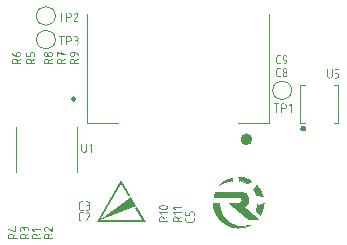
<source format=gto>
G04*
G04 #@! TF.GenerationSoftware,Altium Limited,Altium Designer,19.1.8 (144)*
G04*
G04 Layer_Color=65535*
%FSAX43Y43*%
%MOMM*%
G71*
G01*
G75*
%ADD10C,0.013*%
%ADD11C,0.500*%
%ADD12C,0.250*%
%ADD13C,0.100*%
G36*
X0125718Y0069685D02*
X0125789Y0069615D01*
X0125827Y0069523D01*
Y0069473D01*
Y0069423D01*
X0125789Y0069332D01*
X0125718Y0069261D01*
X0125627Y0069223D01*
X0125527D01*
X0125435Y0069261D01*
X0125365Y0069332D01*
X0125327Y0069423D01*
Y0069473D01*
Y0069523D01*
X0125365Y0069615D01*
X0125435Y0069685D01*
X0125527Y0069723D01*
X0125627D01*
X0125718Y0069685D01*
D02*
G37*
G36*
X0120521Y0065311D02*
X0120784Y0065240D01*
X0121032Y0065130D01*
X0121146Y0065057D01*
X0120860Y0064819D01*
X0120860Y0064819D01*
X0120784Y0064867D01*
X0120622Y0064948D01*
X0120451Y0065008D01*
X0120274Y0065046D01*
X0120184Y0065057D01*
X0120116Y0065337D01*
X0120252Y0065342D01*
X0120521Y0065311D01*
D02*
G37*
G36*
X0121650Y0064672D02*
D01*
X0121650Y0064672D01*
X0121650Y0064672D01*
D02*
G37*
G36*
X0119511Y0065027D02*
X0119511D01*
X0119511Y0065027D01*
X0119371Y0065013D01*
X0119097Y0064954D01*
X0118835Y0064856D01*
X0118589Y0064721D01*
X0118474Y0064641D01*
X0118474D01*
X0118575Y0064756D01*
X0118811Y0064950D01*
X0119076Y0065104D01*
X0119361Y0065214D01*
X0119511Y0065245D01*
Y0065027D01*
D02*
G37*
G36*
X0121747Y0064580D02*
X0121911Y0064368D01*
X0122040Y0064134D01*
X0122132Y0063882D01*
X0122157Y0063751D01*
X0121668Y0063801D01*
Y0063801D01*
X0121668D01*
X0121649Y0063871D01*
X0121600Y0064008D01*
X0121533Y0064138D01*
X0121450Y0064257D01*
X0121403Y0064313D01*
X0121650Y0064672D01*
X0121747Y0064580D01*
D02*
G37*
G36*
X0110940Y0063812D02*
X0110820Y0063692D01*
X0110796D01*
X0110175Y0064767D01*
X0108410Y0061710D01*
X0108412Y0061711D01*
X0108411D01*
X0111002Y0063677D01*
X0111428Y0062940D01*
X0108412Y0061711D01*
X0111940D01*
X0111337Y0062755D01*
X0111514Y0062818D01*
X0112260Y0061525D01*
X0108090D01*
X0110175Y0065137D01*
X0110940Y0063812D01*
D02*
G37*
G36*
X0122237Y0063007D02*
X0122205Y0062744D01*
X0122136Y0062489D01*
X0122031Y0062246D01*
X0121961Y0062133D01*
X0121612Y0062523D01*
X0121640Y0062582D01*
X0121687Y0062703D01*
X0121720Y0062828D01*
X0121738Y0062957D01*
X0121741Y0063021D01*
Y0063021D01*
X0122234Y0063139D01*
X0122237Y0063007D01*
D02*
G37*
G36*
X0121961Y0062133D02*
X0121961Y0062133D01*
X0121961Y0062133D01*
D01*
D02*
G37*
G36*
X0120665Y0064015D02*
X0120846Y0063862D01*
X0120964Y0063656D01*
X0121004Y0063421D01*
X0120962Y0063188D01*
X0120841Y0062983D01*
X0120658Y0062832D01*
X0120546Y0062792D01*
X0121722Y0061787D01*
X0120938D01*
X0119267Y0063139D01*
X0120169D01*
X0120217Y0063144D01*
X0120307Y0063181D01*
X0120375Y0063250D01*
X0120412Y0063339D01*
Y0063436D01*
X0120375Y0063525D01*
X0120307Y0063593D01*
X0120217Y0063630D01*
X0120169Y0063635D01*
X0118010D01*
X0118151Y0064096D01*
X0120323D01*
Y0064096D01*
X0120441D01*
X0120665Y0064015D01*
D02*
G37*
G36*
X0118474Y0062980D02*
X0118520Y0062666D01*
X0118616Y0062363D01*
X0118760Y0062079D01*
X0118947Y0061822D01*
X0119173Y0061599D01*
X0119433Y0061415D01*
X0119718Y0061275D01*
X0120023Y0061183D01*
X0120338Y0061141D01*
X0120655Y0061150D01*
X0120968Y0061211D01*
X0121119Y0061260D01*
X0120955Y0061180D01*
X0120605Y0061076D01*
X0120243Y0061030D01*
X0119879Y0061045D01*
X0119522Y0061119D01*
X0119182Y0061251D01*
X0118868Y0061437D01*
X0118588Y0061672D01*
X0118351Y0061949D01*
X0118163Y0062262D01*
X0118028Y0062601D01*
X0117951Y0062957D01*
X0117942Y0063139D01*
X0118470D01*
X0118474Y0062980D01*
D02*
G37*
G36*
X0128039Y0074488D02*
X0128046Y0074487D01*
X0128053Y0074484D01*
X0128060Y0074480D01*
X0128067Y0074473D01*
X0128071Y0074463D01*
X0128073Y0074450D01*
Y0073936D01*
Y0073935D01*
Y0073932D01*
Y0073927D01*
X0128072Y0073920D01*
X0128071Y0073911D01*
X0128069Y0073902D01*
X0128067Y0073891D01*
X0128064Y0073879D01*
X0128056Y0073852D01*
X0128050Y0073839D01*
X0128044Y0073824D01*
X0128035Y0073810D01*
X0128026Y0073796D01*
X0128016Y0073782D01*
X0128003Y0073769D01*
X0128002Y0073768D01*
X0128000Y0073766D01*
X0127996Y0073762D01*
X0127991Y0073758D01*
X0127984Y0073753D01*
X0127976Y0073747D01*
X0127967Y0073741D01*
X0127956Y0073734D01*
X0127945Y0073728D01*
X0127932Y0073722D01*
X0127904Y0073710D01*
X0127888Y0073706D01*
X0127872Y0073703D01*
X0127854Y0073701D01*
X0127836Y0073700D01*
X0127827D01*
X0127820Y0073701D01*
X0127811Y0073702D01*
X0127801Y0073704D01*
X0127791Y0073706D01*
X0127778Y0073708D01*
X0127752Y0073717D01*
X0127739Y0073722D01*
X0127724Y0073729D01*
X0127709Y0073736D01*
X0127696Y0073746D01*
X0127682Y0073756D01*
X0127669Y0073769D01*
X0127668Y0073770D01*
X0127666Y0073772D01*
X0127662Y0073776D01*
X0127658Y0073781D01*
X0127653Y0073787D01*
X0127647Y0073796D01*
X0127641Y0073805D01*
X0127634Y0073816D01*
X0127628Y0073828D01*
X0127622Y0073841D01*
X0127610Y0073869D01*
X0127606Y0073884D01*
X0127603Y0073901D01*
X0127601Y0073919D01*
X0127600Y0073936D01*
Y0074450D01*
Y0074452D01*
X0127601Y0074456D01*
X0127602Y0074462D01*
X0127605Y0074470D01*
X0127609Y0074477D01*
X0127617Y0074483D01*
X0127626Y0074487D01*
X0127640Y0074489D01*
X0127642D01*
X0127646Y0074488D01*
X0127652Y0074487D01*
X0127659Y0074484D01*
X0127667Y0074480D01*
X0127673Y0074473D01*
X0127677Y0074463D01*
X0127679Y0074450D01*
Y0073936D01*
Y0073935D01*
Y0073933D01*
Y0073930D01*
X0127680Y0073925D01*
Y0073920D01*
X0127681Y0073912D01*
X0127684Y0073898D01*
X0127691Y0073880D01*
X0127698Y0073860D01*
X0127709Y0073842D01*
X0127716Y0073832D01*
X0127724Y0073824D01*
X0127725D01*
X0127726Y0073822D01*
X0127732Y0073817D01*
X0127742Y0073809D01*
X0127755Y0073802D01*
X0127772Y0073794D01*
X0127791Y0073786D01*
X0127812Y0073781D01*
X0127824Y0073780D01*
X0127836Y0073779D01*
X0127843D01*
X0127848Y0073780D01*
X0127859Y0073781D01*
X0127875Y0073784D01*
X0127893Y0073791D01*
X0127911Y0073798D01*
X0127930Y0073809D01*
X0127939Y0073816D01*
X0127948Y0073824D01*
X0127949Y0073825D01*
X0127950Y0073826D01*
X0127955Y0073832D01*
X0127962Y0073842D01*
X0127971Y0073855D01*
X0127979Y0073872D01*
X0127986Y0073891D01*
X0127992Y0073912D01*
X0127994Y0073924D01*
Y0073936D01*
Y0074450D01*
Y0074452D01*
X0127995Y0074456D01*
X0127996Y0074462D01*
X0127999Y0074470D01*
X0128003Y0074477D01*
X0128010Y0074483D01*
X0128020Y0074487D01*
X0128033Y0074489D01*
X0128035D01*
X0128039Y0074488D01*
D02*
G37*
G36*
X0128553D02*
X0128559Y0074487D01*
X0128566Y0074484D01*
X0128573Y0074480D01*
X0128579Y0074473D01*
X0128583Y0074463D01*
X0128585Y0074450D01*
Y0074448D01*
X0128584Y0074444D01*
X0128583Y0074437D01*
X0128580Y0074430D01*
X0128576Y0074423D01*
X0128568Y0074416D01*
X0128559Y0074412D01*
X0128547Y0074410D01*
X0128310D01*
Y0074174D01*
X0128436D01*
X0128441Y0074173D01*
X0128449Y0074172D01*
X0128457Y0074171D01*
X0128476Y0074167D01*
X0128498Y0074159D01*
X0128522Y0074149D01*
X0128533Y0074143D01*
X0128545Y0074135D01*
X0128556Y0074126D01*
X0128567Y0074116D01*
X0128568Y0074114D01*
X0128570Y0074112D01*
X0128573Y0074109D01*
X0128577Y0074105D01*
X0128581Y0074100D01*
X0128586Y0074093D01*
X0128591Y0074085D01*
X0128597Y0074076D01*
X0128607Y0074056D01*
X0128616Y0074032D01*
X0128624Y0074005D01*
X0128625Y0073991D01*
X0128626Y0073976D01*
Y0073897D01*
Y0073896D01*
Y0073894D01*
Y0073888D01*
X0128625Y0073883D01*
X0128624Y0073876D01*
X0128623Y0073868D01*
X0128618Y0073849D01*
X0128611Y0073827D01*
X0128601Y0073803D01*
X0128595Y0073792D01*
X0128587Y0073780D01*
X0128578Y0073769D01*
X0128567Y0073757D01*
X0128566Y0073756D01*
X0128564Y0073755D01*
X0128561Y0073752D01*
X0128557Y0073748D01*
X0128552Y0073744D01*
X0128545Y0073740D01*
X0128537Y0073734D01*
X0128528Y0073729D01*
X0128508Y0073718D01*
X0128484Y0073709D01*
X0128457Y0073702D01*
X0128442Y0073701D01*
X0128428Y0073700D01*
X0128268D01*
X0128263Y0073701D01*
X0128257Y0073702D01*
X0128251Y0073705D01*
X0128244Y0073709D01*
X0128237Y0073717D01*
X0128233Y0073726D01*
X0128231Y0073740D01*
Y0073742D01*
X0128232Y0073746D01*
X0128233Y0073752D01*
X0128236Y0073759D01*
X0128240Y0073767D01*
X0128248Y0073773D01*
X0128257Y0073777D01*
X0128270Y0073779D01*
X0128430D01*
X0128436Y0073780D01*
X0128446Y0073781D01*
X0128457Y0073783D01*
X0128471Y0073787D01*
X0128484Y0073794D01*
X0128499Y0073802D01*
X0128512Y0073814D01*
X0128513Y0073816D01*
X0128517Y0073820D01*
X0128523Y0073827D01*
X0128530Y0073836D01*
X0128536Y0073849D01*
X0128541Y0073864D01*
X0128546Y0073879D01*
X0128547Y0073897D01*
Y0073976D01*
Y0073977D01*
Y0073978D01*
Y0073984D01*
X0128545Y0073994D01*
X0128542Y0074005D01*
X0128538Y0074018D01*
X0128532Y0074032D01*
X0128523Y0074046D01*
X0128511Y0074059D01*
X0128510Y0074060D01*
X0128505Y0074064D01*
X0128498Y0074071D01*
X0128488Y0074077D01*
X0128476Y0074083D01*
X0128461Y0074089D01*
X0128446Y0074094D01*
X0128428Y0074095D01*
X0128268D01*
X0128263Y0074096D01*
X0128257Y0074097D01*
X0128251Y0074100D01*
X0128244Y0074104D01*
X0128237Y0074111D01*
X0128233Y0074121D01*
X0128231Y0074133D01*
Y0074450D01*
Y0074452D01*
X0128232Y0074456D01*
X0128233Y0074462D01*
X0128236Y0074470D01*
X0128240Y0074477D01*
X0128248Y0074483D01*
X0128257Y0074487D01*
X0128270Y0074489D01*
X0128549D01*
X0128553Y0074488D01*
D02*
G37*
G36*
X0107239Y0068188D02*
X0107246Y0068187D01*
X0107253Y0068184D01*
X0107260Y0068180D01*
X0107267Y0068173D01*
X0107271Y0068163D01*
X0107273Y0068150D01*
Y0067636D01*
Y0067635D01*
Y0067632D01*
Y0067627D01*
X0107272Y0067620D01*
X0107271Y0067611D01*
X0107269Y0067602D01*
X0107267Y0067591D01*
X0107264Y0067579D01*
X0107256Y0067552D01*
X0107250Y0067539D01*
X0107244Y0067524D01*
X0107235Y0067510D01*
X0107226Y0067496D01*
X0107216Y0067482D01*
X0107203Y0067469D01*
X0107202Y0067468D01*
X0107200Y0067466D01*
X0107196Y0067462D01*
X0107191Y0067458D01*
X0107184Y0067453D01*
X0107176Y0067447D01*
X0107167Y0067441D01*
X0107156Y0067434D01*
X0107145Y0067428D01*
X0107132Y0067422D01*
X0107104Y0067410D01*
X0107088Y0067406D01*
X0107072Y0067403D01*
X0107054Y0067401D01*
X0107036Y0067400D01*
X0107027D01*
X0107020Y0067401D01*
X0107011Y0067402D01*
X0107001Y0067404D01*
X0106991Y0067406D01*
X0106978Y0067408D01*
X0106952Y0067417D01*
X0106939Y0067422D01*
X0106924Y0067429D01*
X0106909Y0067436D01*
X0106896Y0067446D01*
X0106882Y0067456D01*
X0106869Y0067469D01*
X0106868Y0067470D01*
X0106866Y0067472D01*
X0106862Y0067476D01*
X0106858Y0067481D01*
X0106853Y0067487D01*
X0106847Y0067496D01*
X0106841Y0067505D01*
X0106834Y0067516D01*
X0106828Y0067528D01*
X0106822Y0067541D01*
X0106810Y0067569D01*
X0106806Y0067584D01*
X0106803Y0067601D01*
X0106801Y0067619D01*
X0106800Y0067636D01*
Y0068150D01*
Y0068152D01*
X0106801Y0068156D01*
X0106802Y0068162D01*
X0106805Y0068170D01*
X0106809Y0068177D01*
X0106817Y0068183D01*
X0106826Y0068187D01*
X0106840Y0068189D01*
X0106842D01*
X0106846Y0068188D01*
X0106852Y0068187D01*
X0106859Y0068184D01*
X0106867Y0068180D01*
X0106873Y0068173D01*
X0106877Y0068163D01*
X0106879Y0068150D01*
Y0067636D01*
Y0067635D01*
Y0067633D01*
Y0067630D01*
X0106880Y0067625D01*
Y0067620D01*
X0106881Y0067612D01*
X0106884Y0067598D01*
X0106891Y0067580D01*
X0106898Y0067560D01*
X0106909Y0067542D01*
X0106916Y0067532D01*
X0106924Y0067524D01*
X0106925D01*
X0106926Y0067522D01*
X0106932Y0067517D01*
X0106942Y0067509D01*
X0106955Y0067502D01*
X0106972Y0067494D01*
X0106991Y0067486D01*
X0107012Y0067481D01*
X0107024Y0067480D01*
X0107036Y0067479D01*
X0107043D01*
X0107048Y0067480D01*
X0107059Y0067481D01*
X0107075Y0067484D01*
X0107093Y0067491D01*
X0107111Y0067498D01*
X0107130Y0067509D01*
X0107140Y0067516D01*
X0107148Y0067524D01*
X0107149Y0067525D01*
X0107150Y0067526D01*
X0107155Y0067532D01*
X0107162Y0067542D01*
X0107171Y0067555D01*
X0107179Y0067572D01*
X0107186Y0067591D01*
X0107192Y0067612D01*
X0107194Y0067624D01*
Y0067636D01*
Y0068150D01*
Y0068152D01*
X0107195Y0068156D01*
X0107196Y0068162D01*
X0107199Y0068170D01*
X0107203Y0068177D01*
X0107210Y0068183D01*
X0107220Y0068187D01*
X0107233Y0068189D01*
X0107235D01*
X0107239Y0068188D01*
D02*
G37*
G36*
X0107634D02*
X0107640Y0068187D01*
X0107648Y0068184D01*
X0107655Y0068180D01*
X0107661Y0068173D01*
X0107665Y0068163D01*
X0107667Y0068150D01*
Y0067439D01*
Y0067436D01*
X0107666Y0067432D01*
X0107665Y0067426D01*
X0107662Y0067420D01*
X0107658Y0067412D01*
X0107651Y0067406D01*
X0107641Y0067402D01*
X0107628Y0067400D01*
X0107626D01*
X0107622Y0067401D01*
X0107615Y0067402D01*
X0107608Y0067405D01*
X0107601Y0067409D01*
X0107595Y0067417D01*
X0107590Y0067426D01*
X0107588Y0067439D01*
Y0068054D01*
X0107497Y0067963D01*
X0107495Y0067961D01*
X0107489Y0067958D01*
X0107480Y0067954D01*
X0107475Y0067953D01*
X0107470Y0067952D01*
X0107468D01*
X0107463Y0067953D01*
X0107457Y0067954D01*
X0107450Y0067957D01*
X0107443Y0067961D01*
X0107436Y0067969D01*
X0107432Y0067978D01*
X0107430Y0067992D01*
Y0067993D01*
Y0067995D01*
X0107431Y0068001D01*
X0107435Y0068010D01*
X0107437Y0068014D01*
X0107441Y0068019D01*
X0107596Y0068174D01*
X0107597Y0068175D01*
X0107599Y0068176D01*
X0107602Y0068179D01*
X0107606Y0068182D01*
X0107615Y0068187D01*
X0107622Y0068188D01*
X0107628Y0068189D01*
X0107630D01*
X0107634Y0068188D01*
D02*
G37*
G36*
X0106374Y0077288D02*
X0106381Y0077287D01*
X0106389Y0077286D01*
X0106408Y0077282D01*
X0106430Y0077275D01*
X0106453Y0077264D01*
X0106465Y0077258D01*
X0106477Y0077251D01*
X0106488Y0077241D01*
X0106500Y0077231D01*
X0106501Y0077230D01*
X0106502Y0077228D01*
X0106505Y0077225D01*
X0106509Y0077221D01*
X0106513Y0077215D01*
X0106518Y0077208D01*
X0106524Y0077201D01*
X0106529Y0077191D01*
X0106539Y0077172D01*
X0106549Y0077148D01*
X0106556Y0077121D01*
X0106557Y0077106D01*
X0106558Y0077092D01*
Y0077090D01*
Y0077087D01*
Y0077082D01*
X0106557Y0077075D01*
X0106556Y0077067D01*
X0106554Y0077057D01*
X0106552Y0077047D01*
X0106549Y0077035D01*
X0106544Y0077023D01*
X0106538Y0077010D01*
X0106532Y0076997D01*
X0106525Y0076984D01*
X0106515Y0076971D01*
X0106505Y0076958D01*
X0106492Y0076946D01*
X0106479Y0076934D01*
X0106480Y0076933D01*
X0106482Y0076931D01*
X0106486Y0076928D01*
X0106491Y0076924D01*
X0106498Y0076918D01*
X0106504Y0076910D01*
X0106511Y0076902D01*
X0106518Y0076892D01*
X0106526Y0076881D01*
X0106533Y0076869D01*
X0106539Y0076856D01*
X0106545Y0076842D01*
X0106551Y0076827D01*
X0106555Y0076811D01*
X0106557Y0076794D01*
X0106558Y0076776D01*
Y0076697D01*
Y0076696D01*
Y0076694D01*
Y0076688D01*
X0106557Y0076683D01*
X0106556Y0076676D01*
X0106555Y0076668D01*
X0106551Y0076649D01*
X0106543Y0076627D01*
X0106533Y0076603D01*
X0106527Y0076592D01*
X0106519Y0076580D01*
X0106510Y0076569D01*
X0106500Y0076557D01*
X0106499Y0076556D01*
X0106496Y0076555D01*
X0106493Y0076552D01*
X0106489Y0076548D01*
X0106484Y0076544D01*
X0106477Y0076540D01*
X0106469Y0076534D01*
X0106460Y0076529D01*
X0106440Y0076518D01*
X0106416Y0076509D01*
X0106389Y0076502D01*
X0106375Y0076501D01*
X0106360Y0076500D01*
X0106200D01*
X0106196Y0076501D01*
X0106189Y0076502D01*
X0106182Y0076505D01*
X0106175Y0076509D01*
X0106168Y0076517D01*
X0106164Y0076526D01*
X0106162Y0076540D01*
Y0076542D01*
X0106163Y0076546D01*
X0106164Y0076552D01*
X0106167Y0076559D01*
X0106172Y0076567D01*
X0106179Y0076573D01*
X0106188Y0076577D01*
X0106202Y0076579D01*
X0106362D01*
X0106368Y0076580D01*
X0106378Y0076581D01*
X0106389Y0076583D01*
X0106402Y0076587D01*
X0106416Y0076594D01*
X0106430Y0076602D01*
X0106443Y0076614D01*
X0106444Y0076616D01*
X0106449Y0076620D01*
X0106455Y0076627D01*
X0106461Y0076636D01*
X0106467Y0076649D01*
X0106474Y0076663D01*
X0106478Y0076679D01*
X0106479Y0076697D01*
Y0076776D01*
Y0076777D01*
Y0076778D01*
Y0076784D01*
X0106477Y0076794D01*
X0106475Y0076805D01*
X0106470Y0076818D01*
X0106464Y0076832D01*
X0106455Y0076846D01*
X0106443Y0076859D01*
X0106442Y0076860D01*
X0106437Y0076864D01*
X0106430Y0076871D01*
X0106420Y0076877D01*
X0106408Y0076883D01*
X0106393Y0076889D01*
X0106378Y0076894D01*
X0106360Y0076895D01*
X0106279D01*
X0106275Y0076896D01*
X0106268Y0076897D01*
X0106261Y0076900D01*
X0106254Y0076904D01*
X0106248Y0076911D01*
X0106243Y0076921D01*
X0106241Y0076934D01*
Y0076936D01*
X0106242Y0076941D01*
X0106243Y0076947D01*
X0106247Y0076954D01*
X0106251Y0076961D01*
X0106258Y0076968D01*
X0106267Y0076972D01*
X0106281Y0076974D01*
X0106362D01*
X0106368Y0076975D01*
X0106378Y0076976D01*
X0106389Y0076978D01*
X0106402Y0076982D01*
X0106416Y0076988D01*
X0106430Y0076996D01*
X0106443Y0077007D01*
X0106444Y0077009D01*
X0106449Y0077013D01*
X0106455Y0077021D01*
X0106461Y0077031D01*
X0106467Y0077043D01*
X0106474Y0077057D01*
X0106478Y0077074D01*
X0106479Y0077092D01*
Y0077093D01*
Y0077094D01*
Y0077100D01*
X0106477Y0077109D01*
X0106475Y0077121D01*
X0106470Y0077133D01*
X0106464Y0077148D01*
X0106455Y0077161D01*
X0106443Y0077175D01*
X0106442Y0077176D01*
X0106437Y0077180D01*
X0106430Y0077186D01*
X0106420Y0077193D01*
X0106408Y0077199D01*
X0106393Y0077205D01*
X0106378Y0077209D01*
X0106360Y0077210D01*
X0106200D01*
X0106196Y0077211D01*
X0106189Y0077212D01*
X0106182Y0077215D01*
X0106175Y0077220D01*
X0106168Y0077227D01*
X0106164Y0077236D01*
X0106162Y0077250D01*
Y0077252D01*
X0106163Y0077256D01*
X0106164Y0077262D01*
X0106167Y0077270D01*
X0106172Y0077277D01*
X0106179Y0077283D01*
X0106188Y0077287D01*
X0106202Y0077289D01*
X0106368D01*
X0106374Y0077288D01*
D02*
G37*
G36*
X0105785D02*
X0105794Y0077287D01*
X0105803Y0077285D01*
X0105814Y0077283D01*
X0105826Y0077281D01*
X0105852Y0077273D01*
X0105866Y0077266D01*
X0105880Y0077260D01*
X0105895Y0077252D01*
X0105908Y0077243D01*
X0105922Y0077232D01*
X0105935Y0077220D01*
X0105936Y0077219D01*
X0105938Y0077216D01*
X0105941Y0077212D01*
X0105947Y0077207D01*
X0105952Y0077201D01*
X0105957Y0077193D01*
X0105963Y0077183D01*
X0105971Y0077173D01*
X0105977Y0077161D01*
X0105983Y0077149D01*
X0105988Y0077134D01*
X0105995Y0077120D01*
X0105999Y0077104D01*
X0106002Y0077087D01*
X0106004Y0077070D01*
X0106005Y0077052D01*
Y0077051D01*
Y0077048D01*
Y0077042D01*
X0106004Y0077034D01*
X0106003Y0077026D01*
X0106002Y0077015D01*
X0106000Y0077004D01*
X0105997Y0076992D01*
X0105989Y0076964D01*
X0105984Y0076950D01*
X0105977Y0076935D01*
X0105970Y0076922D01*
X0105961Y0076907D01*
X0105951Y0076894D01*
X0105939Y0076881D01*
X0105938Y0076880D01*
X0105936Y0076878D01*
X0105933Y0076875D01*
X0105928Y0076871D01*
X0105921Y0076866D01*
X0105913Y0076860D01*
X0105904Y0076854D01*
X0105894Y0076849D01*
X0105882Y0076843D01*
X0105868Y0076836D01*
X0105855Y0076831D01*
X0105839Y0076826D01*
X0105824Y0076822D01*
X0105806Y0076819D01*
X0105788Y0076817D01*
X0105769Y0076816D01*
X0105611D01*
Y0076539D01*
Y0076536D01*
X0105610Y0076532D01*
X0105609Y0076526D01*
X0105606Y0076520D01*
X0105602Y0076512D01*
X0105595Y0076506D01*
X0105585Y0076502D01*
X0105572Y0076500D01*
X0105570D01*
X0105565Y0076501D01*
X0105559Y0076502D01*
X0105552Y0076505D01*
X0105545Y0076509D01*
X0105538Y0076517D01*
X0105534Y0076526D01*
X0105532Y0076539D01*
Y0077250D01*
Y0077252D01*
X0105533Y0077256D01*
X0105534Y0077262D01*
X0105537Y0077270D01*
X0105541Y0077277D01*
X0105549Y0077283D01*
X0105558Y0077287D01*
X0105571Y0077289D01*
X0105778D01*
X0105785Y0077288D01*
D02*
G37*
G36*
X0105341D02*
X0105347Y0077287D01*
X0105354Y0077284D01*
X0105361Y0077280D01*
X0105368Y0077273D01*
X0105372Y0077263D01*
X0105374Y0077250D01*
Y0077248D01*
X0105373Y0077244D01*
X0105372Y0077237D01*
X0105369Y0077230D01*
X0105364Y0077223D01*
X0105357Y0077216D01*
X0105348Y0077212D01*
X0105334Y0077210D01*
X0105177D01*
Y0076539D01*
Y0076536D01*
X0105176Y0076532D01*
X0105175Y0076526D01*
X0105172Y0076520D01*
X0105168Y0076512D01*
X0105160Y0076506D01*
X0105151Y0076502D01*
X0105137Y0076500D01*
X0105135D01*
X0105131Y0076501D01*
X0105125Y0076502D01*
X0105118Y0076505D01*
X0105110Y0076509D01*
X0105104Y0076517D01*
X0105100Y0076526D01*
X0105098Y0076539D01*
Y0077210D01*
X0104937D01*
X0104933Y0077211D01*
X0104927Y0077212D01*
X0104920Y0077215D01*
X0104912Y0077220D01*
X0104906Y0077227D01*
X0104902Y0077236D01*
X0104900Y0077250D01*
Y0077252D01*
X0104901Y0077256D01*
X0104902Y0077262D01*
X0104905Y0077270D01*
X0104909Y0077277D01*
X0104917Y0077283D01*
X0104926Y0077287D01*
X0104940Y0077289D01*
X0105336D01*
X0105341Y0077288D01*
D02*
G37*
G36*
X0106374Y0079288D02*
X0106381Y0079287D01*
X0106389Y0079286D01*
X0106408Y0079282D01*
X0106430Y0079275D01*
X0106453Y0079264D01*
X0106464Y0079258D01*
X0106477Y0079251D01*
X0106487Y0079241D01*
X0106499Y0079231D01*
X0106500Y0079230D01*
X0106501Y0079229D01*
X0106504Y0079225D01*
X0106508Y0079221D01*
X0106512Y0079215D01*
X0106517Y0079208D01*
X0106522Y0079201D01*
X0106528Y0079193D01*
X0106538Y0079172D01*
X0106548Y0079148D01*
X0106555Y0079121D01*
X0106556Y0079107D01*
X0106557Y0079092D01*
Y0079090D01*
Y0079089D01*
Y0079086D01*
Y0079082D01*
X0106555Y0079071D01*
X0106553Y0079056D01*
X0106549Y0079039D01*
X0106542Y0079020D01*
X0106533Y0079000D01*
X0106521Y0078978D01*
X0106273Y0078579D01*
X0106519D01*
X0106524Y0078578D01*
X0106530Y0078577D01*
X0106537Y0078574D01*
X0106544Y0078570D01*
X0106551Y0078562D01*
X0106555Y0078553D01*
X0106557Y0078540D01*
Y0078537D01*
X0106556Y0078533D01*
X0106555Y0078527D01*
X0106552Y0078520D01*
X0106548Y0078512D01*
X0106540Y0078506D01*
X0106531Y0078502D01*
X0106517Y0078500D01*
X0106200D01*
X0106196Y0078501D01*
X0106189Y0078502D01*
X0106182Y0078505D01*
X0106175Y0078509D01*
X0106168Y0078517D01*
X0106164Y0078526D01*
X0106162Y0078539D01*
Y0078540D01*
Y0078541D01*
X0106163Y0078546D01*
X0106165Y0078553D01*
X0106169Y0078561D01*
X0106459Y0079026D01*
X0106460Y0079027D01*
X0106462Y0079031D01*
X0106465Y0079038D01*
X0106468Y0079047D01*
X0106471Y0079056D01*
X0106475Y0079068D01*
X0106477Y0079079D01*
X0106478Y0079092D01*
Y0079093D01*
Y0079094D01*
Y0079100D01*
X0106476Y0079109D01*
X0106474Y0079121D01*
X0106469Y0079133D01*
X0106463Y0079148D01*
X0106455Y0079161D01*
X0106443Y0079175D01*
X0106442Y0079176D01*
X0106437Y0079180D01*
X0106430Y0079186D01*
X0106420Y0079193D01*
X0106408Y0079199D01*
X0106393Y0079205D01*
X0106378Y0079209D01*
X0106360Y0079210D01*
X0106357D01*
X0106354Y0079209D01*
X0106349D01*
X0106342Y0079207D01*
X0106336Y0079205D01*
X0106328Y0079202D01*
X0106319Y0079198D01*
X0106310Y0079193D01*
X0106300Y0079186D01*
X0106290Y0079178D01*
X0106279Y0079169D01*
X0106268Y0079157D01*
X0106258Y0079144D01*
X0106247Y0079128D01*
X0106236Y0079110D01*
Y0079109D01*
X0106234Y0079107D01*
X0106232Y0079104D01*
X0106228Y0079101D01*
X0106224Y0079098D01*
X0106217Y0079095D01*
X0106210Y0079093D01*
X0106202Y0079092D01*
X0106200D01*
X0106196Y0079093D01*
X0106189Y0079094D01*
X0106182Y0079097D01*
X0106175Y0079101D01*
X0106168Y0079108D01*
X0106164Y0079118D01*
X0106162Y0079131D01*
Y0079132D01*
X0106163Y0079136D01*
X0106164Y0079142D01*
X0106166Y0079147D01*
X0106167Y0079149D01*
X0106169Y0079153D01*
X0106174Y0079160D01*
X0106180Y0079169D01*
X0106187Y0079180D01*
X0106196Y0079191D01*
X0106206Y0079205D01*
X0106218Y0079219D01*
X0106231Y0079231D01*
X0106245Y0079245D01*
X0106261Y0079256D01*
X0106279Y0079268D01*
X0106298Y0079276D01*
X0106317Y0079283D01*
X0106338Y0079287D01*
X0106360Y0079289D01*
X0106368D01*
X0106374Y0079288D01*
D02*
G37*
G36*
X0105785D02*
X0105794Y0079287D01*
X0105803Y0079285D01*
X0105814Y0079283D01*
X0105826Y0079281D01*
X0105852Y0079273D01*
X0105866Y0079266D01*
X0105880Y0079260D01*
X0105895Y0079252D01*
X0105908Y0079243D01*
X0105922Y0079232D01*
X0105935Y0079220D01*
X0105936Y0079219D01*
X0105938Y0079216D01*
X0105941Y0079212D01*
X0105947Y0079207D01*
X0105952Y0079201D01*
X0105957Y0079193D01*
X0105963Y0079183D01*
X0105971Y0079173D01*
X0105977Y0079161D01*
X0105983Y0079149D01*
X0105988Y0079134D01*
X0105995Y0079120D01*
X0105999Y0079104D01*
X0106002Y0079087D01*
X0106004Y0079070D01*
X0106005Y0079052D01*
Y0079051D01*
Y0079048D01*
Y0079042D01*
X0106004Y0079034D01*
X0106003Y0079026D01*
X0106002Y0079015D01*
X0106000Y0079004D01*
X0105997Y0078992D01*
X0105989Y0078964D01*
X0105984Y0078950D01*
X0105977Y0078935D01*
X0105970Y0078922D01*
X0105961Y0078907D01*
X0105951Y0078894D01*
X0105939Y0078881D01*
X0105938Y0078880D01*
X0105936Y0078878D01*
X0105933Y0078875D01*
X0105928Y0078871D01*
X0105921Y0078866D01*
X0105913Y0078860D01*
X0105904Y0078854D01*
X0105894Y0078849D01*
X0105882Y0078843D01*
X0105868Y0078836D01*
X0105855Y0078831D01*
X0105839Y0078826D01*
X0105824Y0078822D01*
X0105806Y0078819D01*
X0105788Y0078817D01*
X0105769Y0078816D01*
X0105611D01*
Y0078539D01*
Y0078536D01*
X0105610Y0078532D01*
X0105609Y0078526D01*
X0105606Y0078520D01*
X0105602Y0078512D01*
X0105595Y0078506D01*
X0105585Y0078502D01*
X0105572Y0078500D01*
X0105570D01*
X0105565Y0078501D01*
X0105559Y0078502D01*
X0105552Y0078505D01*
X0105545Y0078509D01*
X0105538Y0078517D01*
X0105534Y0078526D01*
X0105532Y0078539D01*
Y0079250D01*
Y0079252D01*
X0105533Y0079256D01*
X0105534Y0079262D01*
X0105537Y0079270D01*
X0105541Y0079277D01*
X0105549Y0079283D01*
X0105558Y0079287D01*
X0105571Y0079289D01*
X0105778D01*
X0105785Y0079288D01*
D02*
G37*
G36*
X0105341D02*
X0105347Y0079287D01*
X0105354Y0079284D01*
X0105361Y0079280D01*
X0105368Y0079273D01*
X0105372Y0079263D01*
X0105374Y0079250D01*
Y0079248D01*
X0105373Y0079244D01*
X0105372Y0079237D01*
X0105369Y0079230D01*
X0105364Y0079223D01*
X0105357Y0079216D01*
X0105348Y0079212D01*
X0105334Y0079210D01*
X0105177D01*
Y0078539D01*
Y0078536D01*
X0105176Y0078532D01*
X0105175Y0078526D01*
X0105172Y0078520D01*
X0105168Y0078512D01*
X0105160Y0078506D01*
X0105151Y0078502D01*
X0105137Y0078500D01*
X0105135D01*
X0105131Y0078501D01*
X0105125Y0078502D01*
X0105118Y0078505D01*
X0105110Y0078509D01*
X0105104Y0078517D01*
X0105100Y0078526D01*
X0105098Y0078539D01*
Y0079210D01*
X0104937D01*
X0104933Y0079211D01*
X0104927Y0079212D01*
X0104920Y0079215D01*
X0104912Y0079220D01*
X0104906Y0079227D01*
X0104902Y0079236D01*
X0104900Y0079250D01*
Y0079252D01*
X0104901Y0079256D01*
X0104902Y0079262D01*
X0104905Y0079270D01*
X0104909Y0079277D01*
X0104917Y0079283D01*
X0104926Y0079287D01*
X0104940Y0079289D01*
X0105336D01*
X0105341Y0079288D01*
D02*
G37*
G36*
X0124566Y0071588D02*
X0124573Y0071587D01*
X0124580Y0071584D01*
X0124587Y0071580D01*
X0124593Y0071573D01*
X0124598Y0071563D01*
X0124600Y0071550D01*
Y0070839D01*
Y0070836D01*
X0124599Y0070832D01*
X0124598Y0070826D01*
X0124594Y0070820D01*
X0124590Y0070812D01*
X0124583Y0070806D01*
X0124574Y0070802D01*
X0124560Y0070800D01*
X0124558D01*
X0124554Y0070801D01*
X0124548Y0070802D01*
X0124540Y0070805D01*
X0124533Y0070809D01*
X0124527Y0070817D01*
X0124523Y0070826D01*
X0124520Y0070839D01*
Y0071454D01*
X0124429Y0071363D01*
X0124427Y0071361D01*
X0124422Y0071358D01*
X0124412Y0071354D01*
X0124407Y0071353D01*
X0124402Y0071352D01*
X0124400D01*
X0124396Y0071353D01*
X0124389Y0071354D01*
X0124382Y0071357D01*
X0124375Y0071361D01*
X0124368Y0071369D01*
X0124364Y0071378D01*
X0124362Y0071392D01*
Y0071393D01*
Y0071395D01*
X0124363Y0071401D01*
X0124367Y0071410D01*
X0124369Y0071414D01*
X0124374Y0071419D01*
X0124528Y0071574D01*
X0124529Y0071575D01*
X0124531Y0071576D01*
X0124534Y0071579D01*
X0124538Y0071582D01*
X0124548Y0071587D01*
X0124554Y0071588D01*
X0124560Y0071589D01*
X0124562D01*
X0124566Y0071588D01*
D02*
G37*
G36*
X0123985D02*
X0123994Y0071587D01*
X0124003Y0071585D01*
X0124014Y0071583D01*
X0124026Y0071581D01*
X0124052Y0071573D01*
X0124066Y0071566D01*
X0124080Y0071560D01*
X0124095Y0071552D01*
X0124108Y0071543D01*
X0124122Y0071532D01*
X0124135Y0071520D01*
X0124136Y0071519D01*
X0124138Y0071516D01*
X0124141Y0071512D01*
X0124147Y0071507D01*
X0124152Y0071501D01*
X0124157Y0071493D01*
X0124163Y0071483D01*
X0124171Y0071473D01*
X0124177Y0071461D01*
X0124183Y0071449D01*
X0124188Y0071434D01*
X0124195Y0071420D01*
X0124199Y0071404D01*
X0124202Y0071387D01*
X0124204Y0071370D01*
X0124205Y0071352D01*
Y0071351D01*
Y0071348D01*
Y0071342D01*
X0124204Y0071334D01*
X0124203Y0071326D01*
X0124202Y0071315D01*
X0124200Y0071304D01*
X0124197Y0071292D01*
X0124189Y0071264D01*
X0124184Y0071250D01*
X0124177Y0071235D01*
X0124170Y0071222D01*
X0124161Y0071207D01*
X0124151Y0071194D01*
X0124139Y0071181D01*
X0124138Y0071180D01*
X0124136Y0071178D01*
X0124133Y0071175D01*
X0124128Y0071171D01*
X0124121Y0071166D01*
X0124113Y0071160D01*
X0124104Y0071154D01*
X0124093Y0071149D01*
X0124082Y0071143D01*
X0124068Y0071136D01*
X0124055Y0071131D01*
X0124039Y0071126D01*
X0124024Y0071122D01*
X0124006Y0071119D01*
X0123988Y0071117D01*
X0123969Y0071116D01*
X0123811D01*
Y0070839D01*
Y0070836D01*
X0123810Y0070832D01*
X0123809Y0070826D01*
X0123806Y0070820D01*
X0123802Y0070812D01*
X0123795Y0070806D01*
X0123785Y0070802D01*
X0123772Y0070800D01*
X0123770D01*
X0123765Y0070801D01*
X0123759Y0070802D01*
X0123752Y0070805D01*
X0123745Y0070809D01*
X0123738Y0070817D01*
X0123734Y0070826D01*
X0123732Y0070839D01*
Y0071550D01*
Y0071552D01*
X0123733Y0071556D01*
X0123734Y0071562D01*
X0123737Y0071570D01*
X0123742Y0071577D01*
X0123749Y0071583D01*
X0123758Y0071587D01*
X0123771Y0071589D01*
X0123978D01*
X0123985Y0071588D01*
D02*
G37*
G36*
X0123541D02*
X0123547Y0071587D01*
X0123554Y0071584D01*
X0123561Y0071580D01*
X0123568Y0071573D01*
X0123572Y0071563D01*
X0123574Y0071550D01*
Y0071548D01*
X0123573Y0071544D01*
X0123572Y0071537D01*
X0123569Y0071530D01*
X0123564Y0071523D01*
X0123557Y0071516D01*
X0123548Y0071512D01*
X0123534Y0071510D01*
X0123377D01*
Y0070839D01*
Y0070836D01*
X0123376Y0070832D01*
X0123375Y0070826D01*
X0123372Y0070820D01*
X0123368Y0070812D01*
X0123360Y0070806D01*
X0123351Y0070802D01*
X0123337Y0070800D01*
X0123335D01*
X0123331Y0070801D01*
X0123325Y0070802D01*
X0123318Y0070805D01*
X0123310Y0070809D01*
X0123304Y0070817D01*
X0123300Y0070826D01*
X0123298Y0070839D01*
Y0071510D01*
X0123137D01*
X0123133Y0071511D01*
X0123127Y0071512D01*
X0123120Y0071515D01*
X0123113Y0071520D01*
X0123106Y0071527D01*
X0123102Y0071536D01*
X0123100Y0071550D01*
Y0071552D01*
X0123101Y0071556D01*
X0123102Y0071562D01*
X0123105Y0071570D01*
X0123109Y0071577D01*
X0123117Y0071583D01*
X0123126Y0071587D01*
X0123140Y0071589D01*
X0123536D01*
X0123541Y0071588D01*
D02*
G37*
G36*
X0115318Y0062811D02*
X0115324Y0062810D01*
X0115330Y0062807D01*
X0115338Y0062803D01*
X0115344Y0062796D01*
X0115348Y0062786D01*
X0115350Y0062773D01*
Y0062771D01*
X0115349Y0062766D01*
X0115348Y0062760D01*
X0115345Y0062753D01*
X0115341Y0062746D01*
X0115333Y0062739D01*
X0115324Y0062735D01*
X0115311Y0062733D01*
X0114696D01*
X0114787Y0062641D01*
X0114789Y0062639D01*
X0114792Y0062634D01*
X0114796Y0062625D01*
X0114797Y0062620D01*
X0114798Y0062614D01*
Y0062612D01*
X0114797Y0062608D01*
X0114796Y0062602D01*
X0114793Y0062595D01*
X0114789Y0062587D01*
X0114781Y0062581D01*
X0114772Y0062577D01*
X0114758Y0062575D01*
X0114757D01*
X0114755D01*
X0114749Y0062576D01*
X0114740Y0062580D01*
X0114736Y0062582D01*
X0114731Y0062586D01*
X0114576Y0062740D01*
X0114575Y0062741D01*
X0114574Y0062743D01*
X0114571Y0062747D01*
X0114568Y0062751D01*
X0114563Y0062760D01*
X0114562Y0062766D01*
X0114561Y0062773D01*
Y0062775D01*
X0114562Y0062779D01*
X0114563Y0062785D01*
X0114566Y0062792D01*
X0114570Y0062800D01*
X0114577Y0062806D01*
X0114587Y0062810D01*
X0114600Y0062812D01*
X0115311D01*
X0115314D01*
X0115318Y0062811D01*
D02*
G37*
G36*
Y0062416D02*
X0115324Y0062415D01*
X0115330Y0062412D01*
X0115338Y0062408D01*
X0115344Y0062401D01*
X0115348Y0062391D01*
X0115350Y0062378D01*
Y0062376D01*
X0115349Y0062372D01*
X0115348Y0062365D01*
X0115345Y0062358D01*
X0115341Y0062351D01*
X0115333Y0062345D01*
X0115324Y0062340D01*
X0115311Y0062338D01*
X0114696D01*
X0114787Y0062247D01*
X0114789Y0062245D01*
X0114792Y0062239D01*
X0114796Y0062230D01*
X0114797Y0062225D01*
X0114798Y0062220D01*
Y0062218D01*
X0114797Y0062213D01*
X0114796Y0062207D01*
X0114793Y0062200D01*
X0114789Y0062193D01*
X0114781Y0062186D01*
X0114772Y0062182D01*
X0114758Y0062180D01*
X0114757D01*
X0114755D01*
X0114749Y0062181D01*
X0114740Y0062185D01*
X0114736Y0062187D01*
X0114731Y0062192D01*
X0114576Y0062346D01*
X0114575Y0062347D01*
X0114574Y0062349D01*
X0114571Y0062352D01*
X0114568Y0062356D01*
X0114563Y0062365D01*
X0114562Y0062372D01*
X0114561Y0062378D01*
Y0062380D01*
X0114562Y0062384D01*
X0114563Y0062390D01*
X0114566Y0062398D01*
X0114570Y0062405D01*
X0114577Y0062411D01*
X0114587Y0062415D01*
X0114600Y0062417D01*
X0115311D01*
X0115314D01*
X0115318Y0062416D01*
D02*
G37*
G36*
X0115321Y0062022D02*
X0115329Y0062018D01*
X0115334Y0062014D01*
X0115339Y0062010D01*
Y0062009D01*
X0115341Y0062008D01*
X0115344Y0062002D01*
X0115348Y0061994D01*
X0115349Y0061987D01*
X0115350Y0061982D01*
Y0061978D01*
X0115349Y0061974D01*
X0115347Y0061969D01*
X0115345Y0061962D01*
X0115341Y0061957D01*
X0115335Y0061951D01*
X0115328Y0061947D01*
X0115034Y0061800D01*
Y0061629D01*
X0115311D01*
X0115314D01*
X0115318Y0061628D01*
X0115324Y0061627D01*
X0115330Y0061624D01*
X0115338Y0061620D01*
X0115344Y0061612D01*
X0115348Y0061603D01*
X0115350Y0061590D01*
Y0061587D01*
X0115349Y0061583D01*
X0115348Y0061577D01*
X0115345Y0061570D01*
X0115341Y0061562D01*
X0115333Y0061556D01*
X0115324Y0061552D01*
X0115311Y0061550D01*
X0114600D01*
X0114598D01*
X0114594Y0061551D01*
X0114588Y0061552D01*
X0114580Y0061555D01*
X0114573Y0061559D01*
X0114567Y0061567D01*
X0114563Y0061576D01*
X0114561Y0061589D01*
Y0061796D01*
X0114562Y0061803D01*
X0114563Y0061811D01*
X0114565Y0061821D01*
X0114567Y0061832D01*
X0114569Y0061844D01*
X0114577Y0061870D01*
X0114584Y0061884D01*
X0114590Y0061898D01*
X0114598Y0061912D01*
X0114607Y0061926D01*
X0114618Y0061939D01*
X0114630Y0061953D01*
X0114631Y0061954D01*
X0114634Y0061956D01*
X0114638Y0061959D01*
X0114643Y0061964D01*
X0114649Y0061970D01*
X0114657Y0061975D01*
X0114667Y0061981D01*
X0114677Y0061988D01*
X0114689Y0061995D01*
X0114701Y0062001D01*
X0114716Y0062006D01*
X0114730Y0062012D01*
X0114746Y0062017D01*
X0114763Y0062020D01*
X0114780Y0062022D01*
X0114798Y0062023D01*
X0114800D01*
X0114805D01*
X0114814Y0062022D01*
X0114824Y0062021D01*
X0114838Y0062019D01*
X0114852Y0062015D01*
X0114869Y0062010D01*
X0114887Y0062005D01*
X0114905Y0061997D01*
X0114923Y0061987D01*
X0114942Y0061976D01*
X0114959Y0061962D01*
X0114976Y0061946D01*
X0114992Y0061927D01*
X0115006Y0061904D01*
X0115018Y0061879D01*
X0115293Y0062018D01*
X0115295Y0062019D01*
X0115299Y0062021D01*
X0115305Y0062022D01*
X0115311Y0062023D01*
X0115313D01*
X0115314D01*
X0115321Y0062022D01*
D02*
G37*
G36*
X0113792Y0062969D02*
X0113805Y0062968D01*
X0113822Y0062967D01*
X0113839Y0062966D01*
X0113857Y0062964D01*
X0113877Y0062962D01*
X0113918Y0062956D01*
X0113959Y0062947D01*
X0114000Y0062935D01*
X0114002Y0062934D01*
X0114006Y0062933D01*
X0114014Y0062930D01*
X0114023Y0062926D01*
X0114034Y0062919D01*
X0114048Y0062913D01*
X0114061Y0062905D01*
X0114075Y0062895D01*
X0114089Y0062885D01*
X0114102Y0062873D01*
X0114116Y0062860D01*
X0114126Y0062846D01*
X0114136Y0062829D01*
X0114144Y0062811D01*
X0114148Y0062792D01*
X0114150Y0062773D01*
Y0062767D01*
X0114149Y0062762D01*
X0114148Y0062755D01*
X0114146Y0062746D01*
X0114142Y0062735D01*
X0114138Y0062723D01*
X0114131Y0062710D01*
X0114123Y0062698D01*
X0114114Y0062684D01*
X0114101Y0062671D01*
X0114086Y0062657D01*
X0114070Y0062645D01*
X0114049Y0062632D01*
X0114026Y0062621D01*
X0114000Y0062610D01*
X0113999D01*
X0113995Y0062609D01*
X0113990Y0062607D01*
X0113982Y0062605D01*
X0113972Y0062602D01*
X0113960Y0062600D01*
X0113947Y0062597D01*
X0113931Y0062593D01*
X0113914Y0062589D01*
X0113896Y0062586D01*
X0113875Y0062584D01*
X0113853Y0062581D01*
X0113831Y0062579D01*
X0113806Y0062577D01*
X0113781Y0062576D01*
X0113755D01*
X0113753D01*
X0113749D01*
X0113742D01*
X0113731Y0062577D01*
X0113719D01*
X0113705Y0062578D01*
X0113689Y0062579D01*
X0113672Y0062580D01*
X0113653Y0062582D01*
X0113633Y0062584D01*
X0113593Y0062590D01*
X0113551Y0062599D01*
X0113512Y0062610D01*
X0113510Y0062611D01*
X0113505Y0062612D01*
X0113498Y0062615D01*
X0113488Y0062620D01*
X0113476Y0062626D01*
X0113464Y0062632D01*
X0113450Y0062640D01*
X0113436Y0062650D01*
X0113422Y0062660D01*
X0113409Y0062673D01*
X0113396Y0062685D01*
X0113385Y0062701D01*
X0113374Y0062716D01*
X0113367Y0062734D01*
X0113363Y0062753D01*
X0113361Y0062773D01*
Y0062778D01*
X0113362Y0062783D01*
X0113363Y0062791D01*
X0113365Y0062800D01*
X0113369Y0062810D01*
X0113373Y0062823D01*
X0113379Y0062835D01*
X0113388Y0062848D01*
X0113397Y0062861D01*
X0113410Y0062875D01*
X0113424Y0062888D01*
X0113442Y0062901D01*
X0113462Y0062913D01*
X0113485Y0062925D01*
X0113512Y0062935D01*
X0113513D01*
X0113516Y0062936D01*
X0113522Y0062938D01*
X0113530Y0062940D01*
X0113540Y0062943D01*
X0113551Y0062947D01*
X0113566Y0062950D01*
X0113580Y0062953D01*
X0113598Y0062956D01*
X0113617Y0062959D01*
X0113637Y0062962D01*
X0113657Y0062965D01*
X0113680Y0062967D01*
X0113704Y0062969D01*
X0113729Y0062970D01*
X0113755D01*
X0113757D01*
X0113762D01*
X0113769D01*
X0113779D01*
X0113792Y0062969D01*
D02*
G37*
G36*
X0114118Y0062416D02*
X0114124Y0062415D01*
X0114130Y0062412D01*
X0114138Y0062408D01*
X0114144Y0062401D01*
X0114148Y0062391D01*
X0114150Y0062378D01*
Y0062376D01*
X0114149Y0062372D01*
X0114148Y0062365D01*
X0114145Y0062358D01*
X0114141Y0062351D01*
X0114133Y0062345D01*
X0114124Y0062340D01*
X0114111Y0062338D01*
X0113496D01*
X0113587Y0062247D01*
X0113589Y0062245D01*
X0113592Y0062239D01*
X0113596Y0062230D01*
X0113597Y0062225D01*
X0113598Y0062220D01*
Y0062218D01*
X0113597Y0062213D01*
X0113596Y0062207D01*
X0113593Y0062200D01*
X0113589Y0062193D01*
X0113581Y0062186D01*
X0113572Y0062182D01*
X0113558Y0062180D01*
X0113557D01*
X0113555D01*
X0113549Y0062181D01*
X0113540Y0062185D01*
X0113536Y0062187D01*
X0113531Y0062192D01*
X0113376Y0062346D01*
X0113375Y0062347D01*
X0113374Y0062349D01*
X0113371Y0062352D01*
X0113368Y0062356D01*
X0113363Y0062365D01*
X0113362Y0062372D01*
X0113361Y0062378D01*
Y0062380D01*
X0113362Y0062384D01*
X0113363Y0062390D01*
X0113366Y0062398D01*
X0113370Y0062405D01*
X0113377Y0062411D01*
X0113387Y0062415D01*
X0113400Y0062417D01*
X0114111D01*
X0114114D01*
X0114118Y0062416D01*
D02*
G37*
G36*
X0114121Y0062022D02*
X0114129Y0062018D01*
X0114134Y0062014D01*
X0114139Y0062010D01*
Y0062009D01*
X0114141Y0062008D01*
X0114144Y0062002D01*
X0114148Y0061994D01*
X0114149Y0061987D01*
X0114150Y0061982D01*
Y0061978D01*
X0114149Y0061974D01*
X0114147Y0061969D01*
X0114145Y0061962D01*
X0114141Y0061957D01*
X0114135Y0061951D01*
X0114128Y0061947D01*
X0113834Y0061800D01*
Y0061629D01*
X0114111D01*
X0114114D01*
X0114118Y0061628D01*
X0114124Y0061627D01*
X0114130Y0061624D01*
X0114138Y0061620D01*
X0114144Y0061612D01*
X0114148Y0061603D01*
X0114150Y0061590D01*
Y0061587D01*
X0114149Y0061583D01*
X0114148Y0061577D01*
X0114145Y0061570D01*
X0114141Y0061562D01*
X0114133Y0061556D01*
X0114124Y0061552D01*
X0114111Y0061550D01*
X0113400D01*
X0113398D01*
X0113394Y0061551D01*
X0113388Y0061552D01*
X0113380Y0061555D01*
X0113373Y0061559D01*
X0113367Y0061567D01*
X0113363Y0061576D01*
X0113361Y0061589D01*
Y0061796D01*
X0113362Y0061803D01*
X0113363Y0061811D01*
X0113365Y0061821D01*
X0113367Y0061832D01*
X0113369Y0061844D01*
X0113377Y0061870D01*
X0113384Y0061884D01*
X0113390Y0061898D01*
X0113398Y0061912D01*
X0113407Y0061926D01*
X0113418Y0061939D01*
X0113430Y0061953D01*
X0113431Y0061954D01*
X0113434Y0061956D01*
X0113438Y0061959D01*
X0113443Y0061964D01*
X0113449Y0061970D01*
X0113457Y0061975D01*
X0113467Y0061981D01*
X0113477Y0061988D01*
X0113489Y0061995D01*
X0113501Y0062001D01*
X0113516Y0062006D01*
X0113530Y0062012D01*
X0113546Y0062017D01*
X0113563Y0062020D01*
X0113580Y0062022D01*
X0113598Y0062023D01*
X0113600D01*
X0113605D01*
X0113614Y0062022D01*
X0113624Y0062021D01*
X0113638Y0062019D01*
X0113652Y0062015D01*
X0113669Y0062010D01*
X0113687Y0062005D01*
X0113705Y0061997D01*
X0113723Y0061987D01*
X0113742Y0061976D01*
X0113759Y0061962D01*
X0113776Y0061946D01*
X0113792Y0061927D01*
X0113806Y0061904D01*
X0113818Y0061879D01*
X0114093Y0062018D01*
X0114095Y0062019D01*
X0114099Y0062021D01*
X0114105Y0062022D01*
X0114111Y0062023D01*
X0114113D01*
X0114114D01*
X0114121Y0062022D01*
D02*
G37*
G36*
X0106265Y0075925D02*
X0106278Y0075923D01*
X0106295Y0075921D01*
X0106315Y0075916D01*
X0106337Y0075910D01*
X0106359Y0075903D01*
X0106384Y0075892D01*
X0106410Y0075880D01*
X0106438Y0075865D01*
X0106464Y0075847D01*
X0106490Y0075825D01*
X0106516Y0075800D01*
X0106540Y0075772D01*
X0106551Y0075755D01*
X0106563Y0075738D01*
Y0075737D01*
X0106565Y0075735D01*
X0106566Y0075732D01*
X0106569Y0075729D01*
X0106574Y0075717D01*
X0106581Y0075705D01*
X0106589Y0075690D01*
X0106594Y0075675D01*
X0106598Y0075661D01*
X0106600Y0075649D01*
Y0075647D01*
X0106599Y0075639D01*
X0106595Y0075631D01*
X0106593Y0075626D01*
X0106589Y0075622D01*
X0106588D01*
X0106586Y0075620D01*
X0106581Y0075616D01*
X0106572Y0075612D01*
X0106567Y0075611D01*
X0106561Y0075610D01*
X0106560D01*
X0106557D01*
X0106552Y0075611D01*
X0106547Y0075612D01*
X0106541Y0075614D01*
X0106535Y0075619D01*
X0106530Y0075623D01*
X0106527Y0075629D01*
X0106526Y0075631D01*
X0106524Y0075636D01*
X0106522Y0075645D01*
X0106518Y0075654D01*
X0106513Y0075665D01*
X0106507Y0075678D01*
X0106501Y0075689D01*
X0106494Y0075701D01*
X0106493Y0075702D01*
X0106490Y0075706D01*
X0106485Y0075712D01*
X0106479Y0075721D01*
X0106471Y0075731D01*
X0106461Y0075741D01*
X0106450Y0075754D01*
X0106437Y0075766D01*
X0106422Y0075779D01*
X0106406Y0075791D01*
X0106390Y0075804D01*
X0106371Y0075814D01*
X0106351Y0075825D01*
X0106330Y0075833D01*
X0106307Y0075839D01*
X0106284Y0075844D01*
Y0075720D01*
X0106283Y0075714D01*
X0106282Y0075707D01*
X0106281Y0075699D01*
X0106277Y0075680D01*
X0106271Y0075658D01*
X0106260Y0075634D01*
X0106253Y0075623D01*
X0106246Y0075611D01*
X0106238Y0075600D01*
X0106227Y0075588D01*
X0106226Y0075587D01*
X0106224Y0075586D01*
X0106221Y0075583D01*
X0106217Y0075579D01*
X0106212Y0075575D01*
X0106204Y0075571D01*
X0106197Y0075565D01*
X0106189Y0075560D01*
X0106168Y0075549D01*
X0106144Y0075540D01*
X0106117Y0075533D01*
X0106102Y0075532D01*
X0106088Y0075531D01*
X0106008D01*
X0106007D01*
X0106004D01*
X0106000D01*
X0105995Y0075532D01*
X0105988Y0075533D01*
X0105979Y0075534D01*
X0105961Y0075538D01*
X0105939Y0075545D01*
X0105915Y0075555D01*
X0105903Y0075562D01*
X0105892Y0075570D01*
X0105880Y0075578D01*
X0105869Y0075588D01*
X0105868Y0075589D01*
X0105867Y0075591D01*
X0105864Y0075595D01*
X0105860Y0075599D01*
X0105855Y0075604D01*
X0105850Y0075611D01*
X0105845Y0075619D01*
X0105840Y0075627D01*
X0105829Y0075648D01*
X0105820Y0075672D01*
X0105813Y0075699D01*
X0105812Y0075713D01*
X0105811Y0075728D01*
Y0075736D01*
X0105812Y0075741D01*
X0105813Y0075749D01*
X0105814Y0075757D01*
X0105818Y0075776D01*
X0105824Y0075798D01*
X0105835Y0075822D01*
X0105841Y0075833D01*
X0105849Y0075845D01*
X0105857Y0075856D01*
X0105868Y0075867D01*
X0105869Y0075868D01*
X0105870Y0075870D01*
X0105874Y0075873D01*
X0105878Y0075877D01*
X0105884Y0075881D01*
X0105891Y0075886D01*
X0105898Y0075891D01*
X0105906Y0075897D01*
X0105927Y0075907D01*
X0105951Y0075916D01*
X0105978Y0075924D01*
X0105992Y0075925D01*
X0106007Y0075926D01*
X0106245D01*
X0106246D01*
X0106247D01*
X0106250D01*
X0106253D01*
X0106265Y0075925D01*
D02*
G37*
G36*
X0106571Y0075372D02*
X0106579Y0075368D01*
X0106584Y0075364D01*
X0106589Y0075360D01*
Y0075359D01*
X0106591Y0075358D01*
X0106594Y0075352D01*
X0106598Y0075344D01*
X0106599Y0075337D01*
X0106600Y0075332D01*
Y0075328D01*
X0106599Y0075324D01*
X0106597Y0075319D01*
X0106595Y0075312D01*
X0106591Y0075307D01*
X0106585Y0075301D01*
X0106578Y0075297D01*
X0106284Y0075150D01*
Y0074979D01*
X0106561D01*
X0106564D01*
X0106568Y0074978D01*
X0106574Y0074977D01*
X0106580Y0074974D01*
X0106588Y0074970D01*
X0106594Y0074962D01*
X0106598Y0074953D01*
X0106600Y0074940D01*
Y0074937D01*
X0106599Y0074933D01*
X0106598Y0074927D01*
X0106595Y0074920D01*
X0106591Y0074912D01*
X0106583Y0074906D01*
X0106574Y0074902D01*
X0106561Y0074900D01*
X0105850D01*
X0105848D01*
X0105844Y0074901D01*
X0105838Y0074902D01*
X0105830Y0074905D01*
X0105823Y0074909D01*
X0105817Y0074917D01*
X0105813Y0074926D01*
X0105811Y0074939D01*
Y0075146D01*
X0105812Y0075153D01*
X0105813Y0075161D01*
X0105815Y0075171D01*
X0105817Y0075182D01*
X0105819Y0075194D01*
X0105827Y0075220D01*
X0105834Y0075234D01*
X0105840Y0075248D01*
X0105848Y0075262D01*
X0105857Y0075276D01*
X0105868Y0075289D01*
X0105880Y0075303D01*
X0105881Y0075304D01*
X0105884Y0075306D01*
X0105888Y0075309D01*
X0105893Y0075314D01*
X0105899Y0075320D01*
X0105907Y0075325D01*
X0105917Y0075331D01*
X0105927Y0075338D01*
X0105939Y0075345D01*
X0105951Y0075351D01*
X0105966Y0075356D01*
X0105980Y0075362D01*
X0105996Y0075367D01*
X0106013Y0075370D01*
X0106030Y0075372D01*
X0106048Y0075373D01*
X0106050D01*
X0106055D01*
X0106064Y0075372D01*
X0106074Y0075371D01*
X0106088Y0075369D01*
X0106102Y0075366D01*
X0106119Y0075360D01*
X0106137Y0075355D01*
X0106155Y0075347D01*
X0106173Y0075337D01*
X0106192Y0075326D01*
X0106209Y0075312D01*
X0106226Y0075296D01*
X0106242Y0075277D01*
X0106256Y0075254D01*
X0106268Y0075229D01*
X0106543Y0075368D01*
X0106545Y0075369D01*
X0106549Y0075371D01*
X0106555Y0075372D01*
X0106561Y0075373D01*
X0106563D01*
X0106564D01*
X0106571Y0075372D01*
D02*
G37*
G36*
X0104217Y0075925D02*
X0104224Y0075924D01*
X0104232Y0075923D01*
X0104251Y0075918D01*
X0104273Y0075911D01*
X0104297Y0075901D01*
X0104308Y0075895D01*
X0104320Y0075887D01*
X0104331Y0075878D01*
X0104343Y0075867D01*
X0104344Y0075866D01*
X0104345Y0075865D01*
X0104348Y0075861D01*
X0104352Y0075857D01*
X0104356Y0075852D01*
X0104360Y0075845D01*
X0104366Y0075837D01*
X0104371Y0075829D01*
X0104382Y0075808D01*
X0104391Y0075784D01*
X0104398Y0075757D01*
X0104399Y0075744D01*
X0104400Y0075728D01*
Y0075720D01*
X0104399Y0075714D01*
X0104398Y0075707D01*
X0104397Y0075699D01*
X0104393Y0075680D01*
X0104386Y0075658D01*
X0104376Y0075634D01*
X0104369Y0075623D01*
X0104361Y0075611D01*
X0104353Y0075600D01*
X0104343Y0075588D01*
X0104342Y0075587D01*
X0104340Y0075586D01*
X0104336Y0075583D01*
X0104332Y0075579D01*
X0104327Y0075575D01*
X0104320Y0075571D01*
X0104313Y0075565D01*
X0104304Y0075560D01*
X0104283Y0075549D01*
X0104259Y0075540D01*
X0104232Y0075533D01*
X0104218Y0075532D01*
X0104203Y0075531D01*
X0104124D01*
X0104123D01*
X0104120D01*
X0104115Y0075532D01*
X0104107D01*
X0104099Y0075533D01*
X0104090Y0075535D01*
X0104079Y0075537D01*
X0104068Y0075541D01*
X0104055Y0075546D01*
X0104043Y0075551D01*
X0104029Y0075557D01*
X0104017Y0075564D01*
X0104003Y0075574D01*
X0103991Y0075584D01*
X0103978Y0075597D01*
X0103967Y0075610D01*
X0103966Y0075609D01*
X0103964Y0075607D01*
X0103961Y0075603D01*
X0103955Y0075598D01*
X0103950Y0075591D01*
X0103943Y0075585D01*
X0103934Y0075578D01*
X0103924Y0075571D01*
X0103914Y0075563D01*
X0103901Y0075556D01*
X0103889Y0075550D01*
X0103874Y0075544D01*
X0103860Y0075538D01*
X0103843Y0075534D01*
X0103826Y0075532D01*
X0103808Y0075531D01*
X0103807D01*
X0103804D01*
X0103800D01*
X0103795Y0075532D01*
X0103788Y0075533D01*
X0103779Y0075534D01*
X0103761Y0075538D01*
X0103739Y0075545D01*
X0103715Y0075555D01*
X0103703Y0075562D01*
X0103692Y0075570D01*
X0103680Y0075578D01*
X0103669Y0075588D01*
X0103668Y0075589D01*
X0103667Y0075591D01*
X0103664Y0075595D01*
X0103660Y0075599D01*
X0103655Y0075604D01*
X0103650Y0075611D01*
X0103645Y0075619D01*
X0103640Y0075627D01*
X0103629Y0075648D01*
X0103620Y0075672D01*
X0103613Y0075699D01*
X0103612Y0075713D01*
X0103611Y0075728D01*
Y0075736D01*
X0103612Y0075741D01*
X0103613Y0075749D01*
X0103614Y0075757D01*
X0103618Y0075776D01*
X0103625Y0075798D01*
X0103636Y0075822D01*
X0103642Y0075833D01*
X0103649Y0075845D01*
X0103659Y0075856D01*
X0103669Y0075867D01*
X0103670Y0075868D01*
X0103671Y0075870D01*
X0103675Y0075873D01*
X0103679Y0075877D01*
X0103685Y0075881D01*
X0103692Y0075886D01*
X0103699Y0075891D01*
X0103707Y0075897D01*
X0103728Y0075907D01*
X0103752Y0075916D01*
X0103779Y0075924D01*
X0103793Y0075925D01*
X0103808Y0075926D01*
X0103810D01*
X0103813D01*
X0103818D01*
X0103825Y0075925D01*
X0103833Y0075924D01*
X0103843Y0075922D01*
X0103853Y0075920D01*
X0103865Y0075916D01*
X0103877Y0075912D01*
X0103890Y0075906D01*
X0103903Y0075900D01*
X0103917Y0075892D01*
X0103929Y0075883D01*
X0103943Y0075873D01*
X0103955Y0075860D01*
X0103967Y0075847D01*
Y0075848D01*
X0103969Y0075849D01*
X0103974Y0075856D01*
X0103983Y0075865D01*
X0103996Y0075877D01*
X0104012Y0075889D01*
X0104029Y0075901D01*
X0104049Y0075911D01*
X0104072Y0075918D01*
X0104073D01*
X0104078Y0075920D01*
X0104082Y0075921D01*
X0104088D01*
X0104094Y0075922D01*
X0104100Y0075923D01*
X0104108D01*
X0104118Y0075924D01*
X0104129D01*
X0104141Y0075925D01*
X0104154D01*
X0104169Y0075926D01*
X0104185D01*
X0104203D01*
X0104204D01*
X0104206D01*
X0104212D01*
X0104217Y0075925D01*
D02*
G37*
G36*
X0104371Y0075372D02*
X0104379Y0075368D01*
X0104384Y0075364D01*
X0104389Y0075360D01*
Y0075359D01*
X0104391Y0075358D01*
X0104394Y0075352D01*
X0104398Y0075344D01*
X0104399Y0075337D01*
X0104400Y0075332D01*
Y0075328D01*
X0104399Y0075324D01*
X0104397Y0075319D01*
X0104395Y0075312D01*
X0104391Y0075307D01*
X0104385Y0075301D01*
X0104378Y0075297D01*
X0104084Y0075150D01*
Y0074979D01*
X0104361D01*
X0104364D01*
X0104368Y0074978D01*
X0104374Y0074977D01*
X0104380Y0074974D01*
X0104387Y0074970D01*
X0104394Y0074962D01*
X0104398Y0074953D01*
X0104400Y0074940D01*
Y0074937D01*
X0104399Y0074933D01*
X0104398Y0074927D01*
X0104395Y0074920D01*
X0104391Y0074912D01*
X0104383Y0074906D01*
X0104374Y0074902D01*
X0104361Y0074900D01*
X0103650D01*
X0103648D01*
X0103644Y0074901D01*
X0103638Y0074902D01*
X0103630Y0074905D01*
X0103623Y0074909D01*
X0103617Y0074917D01*
X0103613Y0074926D01*
X0103611Y0074939D01*
Y0075146D01*
X0103612Y0075153D01*
X0103613Y0075161D01*
X0103615Y0075171D01*
X0103617Y0075182D01*
X0103619Y0075194D01*
X0103627Y0075220D01*
X0103634Y0075234D01*
X0103640Y0075248D01*
X0103648Y0075262D01*
X0103657Y0075276D01*
X0103668Y0075289D01*
X0103680Y0075303D01*
X0103681Y0075304D01*
X0103684Y0075306D01*
X0103688Y0075309D01*
X0103693Y0075314D01*
X0103699Y0075320D01*
X0103707Y0075325D01*
X0103717Y0075331D01*
X0103727Y0075338D01*
X0103739Y0075345D01*
X0103751Y0075351D01*
X0103766Y0075356D01*
X0103780Y0075362D01*
X0103796Y0075367D01*
X0103813Y0075370D01*
X0103830Y0075372D01*
X0103848Y0075373D01*
X0103850D01*
X0103855D01*
X0103864Y0075372D01*
X0103874Y0075371D01*
X0103888Y0075369D01*
X0103902Y0075366D01*
X0103919Y0075360D01*
X0103937Y0075355D01*
X0103955Y0075347D01*
X0103973Y0075337D01*
X0103992Y0075326D01*
X0104009Y0075312D01*
X0104026Y0075296D01*
X0104042Y0075277D01*
X0104056Y0075254D01*
X0104068Y0075229D01*
X0104343Y0075368D01*
X0104345Y0075369D01*
X0104349Y0075371D01*
X0104355Y0075372D01*
X0104361Y0075373D01*
X0104363D01*
X0104364D01*
X0104371Y0075372D01*
D02*
G37*
G36*
X0105112Y0075925D02*
X0105118Y0075924D01*
X0105125Y0075921D01*
X0105132Y0075916D01*
X0105139Y0075909D01*
X0105143Y0075900D01*
X0105145Y0075886D01*
Y0075838D01*
X0105470Y0075766D01*
X0105471D01*
X0105474Y0075764D01*
X0105479Y0075762D01*
X0105484Y0075759D01*
X0105491Y0075754D01*
X0105495Y0075748D01*
X0105499Y0075739D01*
X0105500Y0075729D01*
Y0075727D01*
X0105499Y0075723D01*
X0105498Y0075716D01*
X0105495Y0075709D01*
X0105491Y0075702D01*
X0105483Y0075696D01*
X0105474Y0075691D01*
X0105461Y0075689D01*
X0105460D01*
X0105458D01*
X0105455D01*
X0105452Y0075690D01*
X0105145Y0075758D01*
Y0075727D01*
X0105144Y0075723D01*
X0105143Y0075716D01*
X0105140Y0075709D01*
X0105136Y0075702D01*
X0105128Y0075696D01*
X0105119Y0075691D01*
X0105105Y0075689D01*
X0105103D01*
X0105099Y0075690D01*
X0105093Y0075691D01*
X0105086Y0075695D01*
X0105078Y0075699D01*
X0105072Y0075706D01*
X0105068Y0075715D01*
X0105066Y0075728D01*
Y0075775D01*
X0104790Y0075836D01*
Y0075569D01*
X0104789Y0075564D01*
X0104788Y0075558D01*
X0104785Y0075551D01*
X0104780Y0075544D01*
X0104773Y0075537D01*
X0104764Y0075533D01*
X0104750Y0075531D01*
X0104748D01*
X0104744Y0075532D01*
X0104738Y0075533D01*
X0104730Y0075536D01*
X0104723Y0075540D01*
X0104717Y0075548D01*
X0104713Y0075557D01*
X0104711Y0075571D01*
Y0075888D01*
X0104712Y0075892D01*
X0104713Y0075899D01*
X0104716Y0075906D01*
X0104720Y0075913D01*
X0104727Y0075920D01*
X0104737Y0075924D01*
X0104749Y0075926D01*
X0104750D01*
X0104752D01*
X0104759Y0075924D01*
X0105066Y0075856D01*
Y0075888D01*
X0105067Y0075892D01*
X0105068Y0075899D01*
X0105071Y0075906D01*
X0105075Y0075913D01*
X0105082Y0075920D01*
X0105092Y0075924D01*
X0105105Y0075926D01*
X0105107D01*
X0105112Y0075925D01*
D02*
G37*
G36*
X0105471Y0075372D02*
X0105479Y0075368D01*
X0105484Y0075364D01*
X0105489Y0075360D01*
Y0075359D01*
X0105491Y0075358D01*
X0105494Y0075352D01*
X0105498Y0075344D01*
X0105499Y0075337D01*
X0105500Y0075332D01*
Y0075328D01*
X0105499Y0075324D01*
X0105497Y0075319D01*
X0105495Y0075312D01*
X0105491Y0075307D01*
X0105485Y0075301D01*
X0105478Y0075297D01*
X0105184Y0075150D01*
Y0074979D01*
X0105461D01*
X0105464D01*
X0105468Y0074978D01*
X0105474Y0074977D01*
X0105480Y0074974D01*
X0105488Y0074970D01*
X0105494Y0074962D01*
X0105498Y0074953D01*
X0105500Y0074940D01*
Y0074937D01*
X0105499Y0074933D01*
X0105498Y0074927D01*
X0105495Y0074920D01*
X0105491Y0074912D01*
X0105483Y0074906D01*
X0105474Y0074902D01*
X0105461Y0074900D01*
X0104750D01*
X0104748D01*
X0104744Y0074901D01*
X0104738Y0074902D01*
X0104730Y0074905D01*
X0104723Y0074909D01*
X0104717Y0074917D01*
X0104713Y0074926D01*
X0104711Y0074939D01*
Y0075146D01*
X0104712Y0075153D01*
X0104713Y0075161D01*
X0104715Y0075171D01*
X0104717Y0075182D01*
X0104719Y0075194D01*
X0104727Y0075220D01*
X0104734Y0075234D01*
X0104740Y0075248D01*
X0104748Y0075262D01*
X0104757Y0075276D01*
X0104768Y0075289D01*
X0104780Y0075303D01*
X0104781Y0075304D01*
X0104784Y0075306D01*
X0104788Y0075309D01*
X0104793Y0075314D01*
X0104799Y0075320D01*
X0104807Y0075325D01*
X0104817Y0075331D01*
X0104827Y0075338D01*
X0104839Y0075345D01*
X0104851Y0075351D01*
X0104866Y0075356D01*
X0104880Y0075362D01*
X0104896Y0075367D01*
X0104913Y0075370D01*
X0104930Y0075372D01*
X0104948Y0075373D01*
X0104950D01*
X0104955D01*
X0104964Y0075372D01*
X0104974Y0075371D01*
X0104988Y0075369D01*
X0105002Y0075366D01*
X0105019Y0075360D01*
X0105037Y0075355D01*
X0105055Y0075347D01*
X0105073Y0075337D01*
X0105092Y0075326D01*
X0105109Y0075312D01*
X0105126Y0075296D01*
X0105142Y0075277D01*
X0105156Y0075254D01*
X0105168Y0075229D01*
X0105443Y0075368D01*
X0105445Y0075369D01*
X0105449Y0075371D01*
X0105455Y0075372D01*
X0105461Y0075373D01*
X0105463D01*
X0105464D01*
X0105471Y0075372D01*
D02*
G37*
G36*
X0101544Y0075932D02*
X0101552Y0075931D01*
X0101560Y0075930D01*
X0101579Y0075925D01*
X0101601Y0075918D01*
X0101624Y0075908D01*
X0101636Y0075901D01*
X0101647Y0075894D01*
X0101659Y0075885D01*
X0101670Y0075874D01*
X0101671Y0075873D01*
X0101672Y0075872D01*
X0101675Y0075868D01*
X0101680Y0075864D01*
X0101684Y0075859D01*
X0101688Y0075852D01*
X0101693Y0075844D01*
X0101698Y0075836D01*
X0101710Y0075815D01*
X0101718Y0075791D01*
X0101725Y0075764D01*
X0101727Y0075750D01*
X0101728Y0075735D01*
Y0075727D01*
X0101727Y0075721D01*
X0101725Y0075714D01*
X0101724Y0075706D01*
X0101720Y0075687D01*
X0101714Y0075665D01*
X0101704Y0075641D01*
X0101697Y0075630D01*
X0101690Y0075618D01*
X0101681Y0075607D01*
X0101671Y0075595D01*
X0101670Y0075594D01*
X0101668Y0075593D01*
X0101665Y0075590D01*
X0101661Y0075586D01*
X0101656Y0075582D01*
X0101648Y0075578D01*
X0101641Y0075572D01*
X0101633Y0075567D01*
X0101612Y0075556D01*
X0101588Y0075547D01*
X0101561Y0075540D01*
X0101546Y0075539D01*
X0101532Y0075538D01*
X0101294D01*
X0101292D01*
X0101288D01*
X0101281Y0075539D01*
X0101271D01*
X0101260Y0075541D01*
X0101246Y0075543D01*
X0101231Y0075545D01*
X0101214Y0075549D01*
X0101196Y0075554D01*
X0101178Y0075560D01*
X0101158Y0075567D01*
X0101138Y0075576D01*
X0101118Y0075586D01*
X0101099Y0075597D01*
X0101078Y0075611D01*
X0101059Y0075627D01*
X0101058Y0075628D01*
X0101056Y0075630D01*
X0101052Y0075634D01*
X0101046Y0075639D01*
X0101040Y0075645D01*
X0101033Y0075653D01*
X0101025Y0075662D01*
X0101015Y0075671D01*
X0100998Y0075694D01*
X0100979Y0075719D01*
X0100962Y0075747D01*
X0100954Y0075763D01*
X0100948Y0075778D01*
Y0075779D01*
X0100947Y0075782D01*
X0100944Y0075786D01*
X0100942Y0075791D01*
X0100939Y0075804D01*
X0100938Y0075809D01*
Y0075816D01*
X0100939Y0075820D01*
X0100940Y0075827D01*
X0100943Y0075834D01*
X0100948Y0075841D01*
X0100955Y0075847D01*
X0100964Y0075852D01*
X0100978Y0075854D01*
X0100979D01*
X0100982D01*
X0100987Y0075853D01*
X0100993Y0075852D01*
X0100999Y0075848D01*
X0101005Y0075845D01*
X0101009Y0075840D01*
X0101012Y0075834D01*
Y0075833D01*
X0101013Y0075830D01*
X0101014Y0075825D01*
X0101016Y0075819D01*
X0101019Y0075811D01*
X0101024Y0075803D01*
X0101028Y0075792D01*
X0101033Y0075782D01*
X0101040Y0075769D01*
X0101048Y0075758D01*
X0101056Y0075744D01*
X0101065Y0075732D01*
X0101077Y0075718D01*
X0101089Y0075705D01*
X0101103Y0075692D01*
X0101117Y0075680D01*
X0101118Y0075679D01*
X0101120Y0075678D01*
X0101124Y0075674D01*
X0101129Y0075671D01*
X0101135Y0075667D01*
X0101141Y0075663D01*
X0101159Y0075654D01*
X0101180Y0075643D01*
X0101203Y0075633D01*
X0101228Y0075626D01*
X0101254Y0075620D01*
Y0075743D01*
X0101255Y0075749D01*
X0101256Y0075756D01*
X0101257Y0075765D01*
X0101261Y0075784D01*
X0101268Y0075807D01*
X0101279Y0075830D01*
X0101285Y0075842D01*
X0101292Y0075854D01*
X0101302Y0075865D01*
X0101312Y0075875D01*
X0101313Y0075877D01*
X0101314Y0075878D01*
X0101318Y0075881D01*
X0101322Y0075885D01*
X0101328Y0075889D01*
X0101335Y0075893D01*
X0101342Y0075898D01*
X0101351Y0075905D01*
X0101371Y0075915D01*
X0101395Y0075923D01*
X0101422Y0075931D01*
X0101436Y0075932D01*
X0101452Y0075933D01*
X0101531D01*
X0101532D01*
X0101534D01*
X0101539D01*
X0101544Y0075932D01*
D02*
G37*
G36*
X0101698Y0075379D02*
X0101707Y0075375D01*
X0101712Y0075371D01*
X0101716Y0075367D01*
Y0075366D01*
X0101718Y0075365D01*
X0101721Y0075359D01*
X0101725Y0075351D01*
X0101727Y0075344D01*
X0101728Y0075339D01*
Y0075335D01*
X0101727Y0075331D01*
X0101724Y0075326D01*
X0101722Y0075319D01*
X0101718Y0075314D01*
X0101713Y0075308D01*
X0101706Y0075304D01*
X0101412Y0075157D01*
Y0074986D01*
X0101689D01*
X0101691D01*
X0101695Y0074985D01*
X0101702Y0074984D01*
X0101708Y0074981D01*
X0101715Y0074977D01*
X0101721Y0074969D01*
X0101725Y0074960D01*
X0101728Y0074947D01*
Y0074944D01*
X0101727Y0074940D01*
X0101725Y0074934D01*
X0101722Y0074927D01*
X0101718Y0074919D01*
X0101711Y0074913D01*
X0101702Y0074909D01*
X0101689Y0074907D01*
X0100978D01*
X0100976D01*
X0100972Y0074908D01*
X0100965Y0074909D01*
X0100958Y0074912D01*
X0100951Y0074916D01*
X0100944Y0074924D01*
X0100940Y0074933D01*
X0100938Y0074945D01*
Y0075153D01*
X0100939Y0075160D01*
X0100940Y0075168D01*
X0100942Y0075178D01*
X0100944Y0075189D01*
X0100947Y0075201D01*
X0100955Y0075227D01*
X0100961Y0075241D01*
X0100967Y0075255D01*
X0100976Y0075269D01*
X0100985Y0075283D01*
X0100995Y0075296D01*
X0101008Y0075310D01*
X0101009Y0075311D01*
X0101011Y0075313D01*
X0101015Y0075316D01*
X0101020Y0075321D01*
X0101027Y0075327D01*
X0101035Y0075332D01*
X0101044Y0075338D01*
X0101055Y0075345D01*
X0101066Y0075352D01*
X0101079Y0075358D01*
X0101093Y0075363D01*
X0101108Y0075369D01*
X0101124Y0075373D01*
X0101140Y0075377D01*
X0101158Y0075379D01*
X0101176Y0075380D01*
X0101178D01*
X0101183D01*
X0101191Y0075379D01*
X0101202Y0075378D01*
X0101215Y0075376D01*
X0101230Y0075372D01*
X0101246Y0075367D01*
X0101264Y0075362D01*
X0101283Y0075354D01*
X0101301Y0075344D01*
X0101319Y0075333D01*
X0101337Y0075319D01*
X0101354Y0075303D01*
X0101369Y0075284D01*
X0101384Y0075261D01*
X0101395Y0075236D01*
X0101670Y0075375D01*
X0101672Y0075376D01*
X0101677Y0075378D01*
X0101683Y0075379D01*
X0101689Y0075380D01*
X0101690D01*
X0101691D01*
X0101698Y0075379D01*
D02*
G37*
G36*
X0102719Y0075932D02*
X0102727Y0075931D01*
X0102735Y0075930D01*
X0102754Y0075925D01*
X0102776Y0075918D01*
X0102799Y0075908D01*
X0102811Y0075901D01*
X0102822Y0075894D01*
X0102834Y0075885D01*
X0102845Y0075874D01*
X0102846Y0075873D01*
X0102847Y0075871D01*
X0102850Y0075868D01*
X0102855Y0075864D01*
X0102859Y0075859D01*
X0102863Y0075852D01*
X0102868Y0075844D01*
X0102873Y0075835D01*
X0102885Y0075815D01*
X0102893Y0075791D01*
X0102900Y0075764D01*
X0102902Y0075749D01*
X0102903Y0075735D01*
Y0075574D01*
X0102902Y0075570D01*
X0102900Y0075564D01*
X0102897Y0075558D01*
X0102893Y0075551D01*
X0102886Y0075544D01*
X0102877Y0075540D01*
X0102863Y0075538D01*
X0102861D01*
X0102857Y0075539D01*
X0102850Y0075540D01*
X0102843Y0075543D01*
X0102836Y0075547D01*
X0102830Y0075555D01*
X0102826Y0075564D01*
X0102823Y0075577D01*
Y0075737D01*
X0102822Y0075743D01*
X0102821Y0075753D01*
X0102819Y0075764D01*
X0102815Y0075778D01*
X0102809Y0075791D01*
X0102800Y0075806D01*
X0102789Y0075819D01*
X0102787Y0075820D01*
X0102783Y0075824D01*
X0102776Y0075830D01*
X0102766Y0075837D01*
X0102754Y0075843D01*
X0102739Y0075848D01*
X0102723Y0075853D01*
X0102706Y0075854D01*
X0102627D01*
X0102626D01*
X0102625D01*
X0102618D01*
X0102609Y0075852D01*
X0102597Y0075849D01*
X0102585Y0075845D01*
X0102570Y0075839D01*
X0102557Y0075830D01*
X0102543Y0075818D01*
X0102542Y0075817D01*
X0102538Y0075812D01*
X0102532Y0075805D01*
X0102526Y0075795D01*
X0102519Y0075783D01*
X0102513Y0075768D01*
X0102509Y0075753D01*
X0102508Y0075735D01*
Y0075574D01*
X0102507Y0075570D01*
X0102506Y0075564D01*
X0102503Y0075558D01*
X0102498Y0075551D01*
X0102491Y0075544D01*
X0102482Y0075540D01*
X0102469Y0075538D01*
X0102153D01*
X0102151D01*
X0102146Y0075539D01*
X0102140Y0075540D01*
X0102133Y0075543D01*
X0102126Y0075547D01*
X0102119Y0075555D01*
X0102115Y0075564D01*
X0102113Y0075577D01*
Y0075856D01*
X0102114Y0075860D01*
X0102115Y0075866D01*
X0102118Y0075873D01*
X0102123Y0075880D01*
X0102130Y0075886D01*
X0102139Y0075890D01*
X0102153Y0075892D01*
X0102155D01*
X0102159Y0075891D01*
X0102165Y0075890D01*
X0102173Y0075887D01*
X0102180Y0075883D01*
X0102186Y0075875D01*
X0102190Y0075866D01*
X0102192Y0075854D01*
Y0075617D01*
X0102429D01*
Y0075743D01*
X0102430Y0075748D01*
X0102431Y0075756D01*
X0102432Y0075764D01*
X0102436Y0075783D01*
X0102443Y0075805D01*
X0102454Y0075829D01*
X0102460Y0075840D01*
X0102467Y0075852D01*
X0102477Y0075863D01*
X0102487Y0075874D01*
X0102488Y0075875D01*
X0102490Y0075877D01*
X0102493Y0075880D01*
X0102497Y0075884D01*
X0102503Y0075888D01*
X0102510Y0075893D01*
X0102517Y0075898D01*
X0102527Y0075904D01*
X0102546Y0075914D01*
X0102570Y0075923D01*
X0102597Y0075931D01*
X0102612Y0075932D01*
X0102627Y0075933D01*
X0102706D01*
X0102707D01*
X0102709D01*
X0102714D01*
X0102719Y0075932D01*
D02*
G37*
G36*
X0102873Y0075379D02*
X0102882Y0075375D01*
X0102887Y0075371D01*
X0102891Y0075367D01*
Y0075366D01*
X0102893Y0075365D01*
X0102896Y0075359D01*
X0102900Y0075351D01*
X0102902Y0075344D01*
X0102903Y0075339D01*
Y0075335D01*
X0102902Y0075331D01*
X0102899Y0075326D01*
X0102897Y0075319D01*
X0102893Y0075314D01*
X0102888Y0075308D01*
X0102881Y0075304D01*
X0102587Y0075157D01*
Y0074986D01*
X0102864D01*
X0102866D01*
X0102870Y0074985D01*
X0102877Y0074984D01*
X0102883Y0074981D01*
X0102890Y0074977D01*
X0102896Y0074969D01*
X0102900Y0074960D01*
X0102903Y0074947D01*
Y0074944D01*
X0102902Y0074940D01*
X0102900Y0074934D01*
X0102897Y0074927D01*
X0102893Y0074919D01*
X0102886Y0074913D01*
X0102877Y0074909D01*
X0102864Y0074907D01*
X0102153D01*
X0102151D01*
X0102146Y0074908D01*
X0102140Y0074909D01*
X0102133Y0074912D01*
X0102126Y0074916D01*
X0102119Y0074924D01*
X0102115Y0074933D01*
X0102113Y0074945D01*
Y0075153D01*
X0102114Y0075160D01*
X0102115Y0075168D01*
X0102117Y0075178D01*
X0102119Y0075189D01*
X0102122Y0075201D01*
X0102130Y0075227D01*
X0102136Y0075241D01*
X0102142Y0075255D01*
X0102151Y0075269D01*
X0102160Y0075283D01*
X0102170Y0075296D01*
X0102183Y0075310D01*
X0102184Y0075311D01*
X0102186Y0075313D01*
X0102190Y0075316D01*
X0102195Y0075321D01*
X0102202Y0075327D01*
X0102210Y0075332D01*
X0102219Y0075338D01*
X0102230Y0075345D01*
X0102241Y0075352D01*
X0102254Y0075358D01*
X0102268Y0075363D01*
X0102283Y0075369D01*
X0102299Y0075373D01*
X0102315Y0075377D01*
X0102333Y0075379D01*
X0102351Y0075380D01*
X0102353D01*
X0102358D01*
X0102366Y0075379D01*
X0102377Y0075378D01*
X0102390Y0075376D01*
X0102405Y0075372D01*
X0102421Y0075367D01*
X0102439Y0075362D01*
X0102458Y0075354D01*
X0102476Y0075344D01*
X0102494Y0075333D01*
X0102512Y0075319D01*
X0102529Y0075303D01*
X0102544Y0075284D01*
X0102559Y0075261D01*
X0102570Y0075236D01*
X0102845Y0075375D01*
X0102847Y0075376D01*
X0102852Y0075378D01*
X0102858Y0075379D01*
X0102864Y0075380D01*
X0102865D01*
X0102866D01*
X0102873Y0075379D01*
D02*
G37*
G36*
X0101209Y0061203D02*
X0101216Y0061202D01*
X0101223Y0061199D01*
X0101230Y0061195D01*
X0101237Y0061187D01*
X0101241Y0061178D01*
X0101243Y0061164D01*
Y0061086D01*
X0101361D01*
X0101364D01*
X0101368Y0061085D01*
X0101374Y0061084D01*
X0101380Y0061081D01*
X0101387Y0061077D01*
X0101394Y0061070D01*
X0101398Y0061060D01*
X0101400Y0061047D01*
Y0061045D01*
X0101399Y0061040D01*
X0101398Y0061034D01*
X0101395Y0061027D01*
X0101391Y0061020D01*
X0101383Y0061013D01*
X0101374Y0061009D01*
X0101361Y0061007D01*
X0101243D01*
Y0060768D01*
X0101242Y0060763D01*
X0101241Y0060757D01*
X0101238Y0060750D01*
X0101233Y0060743D01*
X0101226Y0060736D01*
X0101217Y0060732D01*
X0101204Y0060730D01*
X0101203D01*
X0101200D01*
X0101196D01*
X0101193Y0060731D01*
X0100640Y0060889D01*
X0100639D01*
X0100636Y0060891D01*
X0100630Y0060894D01*
X0100625Y0060898D01*
X0100620Y0060903D01*
X0100615Y0060909D01*
X0100612Y0060917D01*
X0100611Y0060928D01*
Y0060930D01*
X0100612Y0060934D01*
X0100613Y0060940D01*
X0100616Y0060948D01*
X0100620Y0060955D01*
X0100627Y0060961D01*
X0100637Y0060965D01*
X0100650Y0060967D01*
X0100651D01*
X0100654D01*
X0100662Y0060965D01*
X0101164Y0060822D01*
Y0061007D01*
X0101046D01*
X0101044D01*
X0101040Y0061008D01*
X0101033Y0061009D01*
X0101026Y0061012D01*
X0101019Y0061016D01*
X0101013Y0061024D01*
X0101008Y0061033D01*
X0101006Y0061047D01*
Y0061049D01*
X0101007Y0061053D01*
X0101008Y0061059D01*
X0101012Y0061066D01*
X0101016Y0061074D01*
X0101023Y0061080D01*
X0101032Y0061084D01*
X0101046Y0061086D01*
X0101164D01*
Y0061166D01*
X0101165Y0061171D01*
X0101166Y0061177D01*
X0101169Y0061184D01*
X0101173Y0061191D01*
X0101180Y0061198D01*
X0101190Y0061202D01*
X0101203Y0061204D01*
X0101205D01*
X0101209Y0061203D01*
D02*
G37*
G36*
X0101371Y0060572D02*
X0101379Y0060568D01*
X0101384Y0060564D01*
X0101389Y0060560D01*
Y0060559D01*
X0101391Y0060558D01*
X0101394Y0060552D01*
X0101398Y0060544D01*
X0101399Y0060537D01*
X0101400Y0060532D01*
Y0060528D01*
X0101399Y0060524D01*
X0101397Y0060519D01*
X0101395Y0060512D01*
X0101391Y0060507D01*
X0101385Y0060501D01*
X0101378Y0060497D01*
X0101084Y0060350D01*
Y0060179D01*
X0101361D01*
X0101364D01*
X0101368Y0060178D01*
X0101374Y0060177D01*
X0101380Y0060174D01*
X0101387Y0060170D01*
X0101394Y0060162D01*
X0101398Y0060153D01*
X0101400Y0060140D01*
Y0060137D01*
X0101399Y0060133D01*
X0101398Y0060127D01*
X0101395Y0060120D01*
X0101391Y0060112D01*
X0101383Y0060106D01*
X0101374Y0060102D01*
X0101361Y0060100D01*
X0100650D01*
X0100648D01*
X0100644Y0060101D01*
X0100638Y0060102D01*
X0100630Y0060105D01*
X0100623Y0060109D01*
X0100617Y0060117D01*
X0100613Y0060126D01*
X0100611Y0060139D01*
Y0060346D01*
X0100612Y0060353D01*
X0100613Y0060361D01*
X0100615Y0060371D01*
X0100617Y0060382D01*
X0100619Y0060394D01*
X0100627Y0060420D01*
X0100634Y0060434D01*
X0100640Y0060448D01*
X0100648Y0060462D01*
X0100657Y0060476D01*
X0100668Y0060489D01*
X0100680Y0060503D01*
X0100681Y0060504D01*
X0100684Y0060506D01*
X0100688Y0060509D01*
X0100693Y0060514D01*
X0100699Y0060520D01*
X0100707Y0060525D01*
X0100717Y0060531D01*
X0100727Y0060538D01*
X0100739Y0060545D01*
X0100751Y0060551D01*
X0100766Y0060556D01*
X0100780Y0060562D01*
X0100796Y0060567D01*
X0100813Y0060570D01*
X0100830Y0060572D01*
X0100848Y0060573D01*
X0100850D01*
X0100855D01*
X0100864Y0060572D01*
X0100874Y0060571D01*
X0100888Y0060569D01*
X0100902Y0060566D01*
X0100919Y0060560D01*
X0100937Y0060555D01*
X0100955Y0060547D01*
X0100973Y0060537D01*
X0100992Y0060526D01*
X0101009Y0060512D01*
X0101026Y0060496D01*
X0101042Y0060477D01*
X0101056Y0060454D01*
X0101068Y0060429D01*
X0101343Y0060568D01*
X0101345Y0060569D01*
X0101349Y0060571D01*
X0101355Y0060572D01*
X0101361Y0060573D01*
X0101363D01*
X0101364D01*
X0101371Y0060572D01*
D02*
G37*
G36*
X0102217Y0061125D02*
X0102224Y0061124D01*
X0102232Y0061123D01*
X0102251Y0061118D01*
X0102273Y0061111D01*
X0102297Y0061101D01*
X0102308Y0061095D01*
X0102320Y0061087D01*
X0102331Y0061078D01*
X0102343Y0061067D01*
X0102344Y0061066D01*
X0102345Y0061064D01*
X0102348Y0061061D01*
X0102352Y0061057D01*
X0102356Y0061052D01*
X0102360Y0061045D01*
X0102366Y0061037D01*
X0102371Y0061028D01*
X0102382Y0061008D01*
X0102391Y0060984D01*
X0102398Y0060957D01*
X0102399Y0060942D01*
X0102400Y0060928D01*
Y0060768D01*
X0102399Y0060763D01*
X0102398Y0060757D01*
X0102395Y0060750D01*
X0102391Y0060743D01*
X0102383Y0060736D01*
X0102374Y0060732D01*
X0102360Y0060730D01*
X0102358D01*
X0102354Y0060731D01*
X0102348Y0060732D01*
X0102341Y0060735D01*
X0102333Y0060739D01*
X0102327Y0060747D01*
X0102323Y0060756D01*
X0102321Y0060770D01*
Y0060930D01*
X0102320Y0060936D01*
X0102319Y0060946D01*
X0102317Y0060957D01*
X0102313Y0060970D01*
X0102306Y0060984D01*
X0102298Y0060998D01*
X0102286Y0061011D01*
X0102284Y0061012D01*
X0102280Y0061016D01*
X0102273Y0061023D01*
X0102264Y0061029D01*
X0102251Y0061035D01*
X0102237Y0061041D01*
X0102221Y0061046D01*
X0102203Y0061047D01*
X0102124D01*
X0102123D01*
X0102122D01*
X0102116D01*
X0102106Y0061045D01*
X0102095Y0061042D01*
X0102082Y0061038D01*
X0102068Y0061032D01*
X0102054Y0061023D01*
X0102041Y0061011D01*
X0102040Y0061010D01*
X0102036Y0061005D01*
X0102029Y0060998D01*
X0102023Y0060988D01*
X0102017Y0060976D01*
X0102011Y0060961D01*
X0102006Y0060946D01*
X0102005Y0060928D01*
Y0060847D01*
X0102004Y0060843D01*
X0102003Y0060836D01*
X0102000Y0060829D01*
X0101996Y0060822D01*
X0101989Y0060815D01*
X0101979Y0060811D01*
X0101966Y0060809D01*
X0101964D01*
X0101959Y0060810D01*
X0101953Y0060811D01*
X0101946Y0060814D01*
X0101939Y0060819D01*
X0101932Y0060826D01*
X0101928Y0060835D01*
X0101926Y0060849D01*
Y0060930D01*
X0101925Y0060936D01*
X0101924Y0060946D01*
X0101922Y0060957D01*
X0101918Y0060970D01*
X0101912Y0060984D01*
X0101904Y0060998D01*
X0101893Y0061011D01*
X0101891Y0061012D01*
X0101887Y0061016D01*
X0101879Y0061023D01*
X0101869Y0061029D01*
X0101857Y0061035D01*
X0101843Y0061041D01*
X0101826Y0061046D01*
X0101808Y0061047D01*
X0101807D01*
X0101806D01*
X0101800D01*
X0101791Y0061045D01*
X0101779Y0061042D01*
X0101767Y0061038D01*
X0101752Y0061032D01*
X0101739Y0061023D01*
X0101725Y0061011D01*
X0101724Y0061010D01*
X0101720Y0061005D01*
X0101714Y0060998D01*
X0101707Y0060988D01*
X0101701Y0060976D01*
X0101695Y0060961D01*
X0101691Y0060946D01*
X0101690Y0060928D01*
Y0060768D01*
X0101689Y0060763D01*
X0101688Y0060757D01*
X0101685Y0060750D01*
X0101680Y0060743D01*
X0101673Y0060736D01*
X0101664Y0060732D01*
X0101650Y0060730D01*
X0101648D01*
X0101644Y0060731D01*
X0101638Y0060732D01*
X0101630Y0060735D01*
X0101623Y0060739D01*
X0101617Y0060747D01*
X0101613Y0060756D01*
X0101611Y0060770D01*
Y0060936D01*
X0101612Y0060941D01*
X0101613Y0060949D01*
X0101614Y0060957D01*
X0101618Y0060976D01*
X0101625Y0060998D01*
X0101636Y0061021D01*
X0101642Y0061033D01*
X0101649Y0061045D01*
X0101659Y0061056D01*
X0101669Y0061067D01*
X0101670Y0061069D01*
X0101672Y0061070D01*
X0101675Y0061073D01*
X0101679Y0061077D01*
X0101685Y0061081D01*
X0101692Y0061086D01*
X0101699Y0061091D01*
X0101709Y0061097D01*
X0101728Y0061107D01*
X0101752Y0061116D01*
X0101779Y0061124D01*
X0101794Y0061125D01*
X0101808Y0061126D01*
X0101810D01*
X0101813D01*
X0101818D01*
X0101825Y0061125D01*
X0101833Y0061124D01*
X0101843Y0061122D01*
X0101853Y0061120D01*
X0101865Y0061116D01*
X0101877Y0061112D01*
X0101890Y0061106D01*
X0101903Y0061100D01*
X0101916Y0061092D01*
X0101929Y0061083D01*
X0101942Y0061073D01*
X0101954Y0061060D01*
X0101966Y0061047D01*
X0101967Y0061048D01*
X0101969Y0061050D01*
X0101972Y0061054D01*
X0101976Y0061059D01*
X0101982Y0061065D01*
X0101990Y0061072D01*
X0101998Y0061079D01*
X0102008Y0061086D01*
X0102019Y0061093D01*
X0102031Y0061101D01*
X0102044Y0061107D01*
X0102058Y0061113D01*
X0102073Y0061118D01*
X0102089Y0061123D01*
X0102106Y0061125D01*
X0102124Y0061126D01*
X0102203D01*
X0102204D01*
X0102206D01*
X0102212D01*
X0102217Y0061125D01*
D02*
G37*
G36*
X0102371Y0060572D02*
X0102379Y0060568D01*
X0102384Y0060564D01*
X0102389Y0060560D01*
Y0060559D01*
X0102391Y0060558D01*
X0102394Y0060552D01*
X0102398Y0060544D01*
X0102399Y0060537D01*
X0102400Y0060532D01*
Y0060528D01*
X0102399Y0060524D01*
X0102397Y0060519D01*
X0102395Y0060512D01*
X0102391Y0060507D01*
X0102385Y0060501D01*
X0102378Y0060497D01*
X0102084Y0060350D01*
Y0060179D01*
X0102361D01*
X0102364D01*
X0102368Y0060178D01*
X0102374Y0060177D01*
X0102380Y0060174D01*
X0102387Y0060170D01*
X0102394Y0060162D01*
X0102398Y0060153D01*
X0102400Y0060140D01*
Y0060137D01*
X0102399Y0060133D01*
X0102398Y0060127D01*
X0102395Y0060120D01*
X0102391Y0060112D01*
X0102383Y0060106D01*
X0102374Y0060102D01*
X0102361Y0060100D01*
X0101650D01*
X0101648D01*
X0101644Y0060101D01*
X0101638Y0060102D01*
X0101630Y0060105D01*
X0101623Y0060109D01*
X0101617Y0060117D01*
X0101613Y0060126D01*
X0101611Y0060139D01*
Y0060346D01*
X0101612Y0060353D01*
X0101613Y0060361D01*
X0101615Y0060371D01*
X0101617Y0060382D01*
X0101619Y0060394D01*
X0101627Y0060420D01*
X0101634Y0060434D01*
X0101640Y0060448D01*
X0101648Y0060462D01*
X0101657Y0060476D01*
X0101668Y0060489D01*
X0101680Y0060503D01*
X0101681Y0060504D01*
X0101684Y0060506D01*
X0101688Y0060509D01*
X0101693Y0060514D01*
X0101699Y0060520D01*
X0101707Y0060525D01*
X0101717Y0060531D01*
X0101727Y0060538D01*
X0101739Y0060545D01*
X0101751Y0060551D01*
X0101766Y0060556D01*
X0101780Y0060562D01*
X0101796Y0060567D01*
X0101813Y0060570D01*
X0101830Y0060572D01*
X0101848Y0060573D01*
X0101850D01*
X0101855D01*
X0101864Y0060572D01*
X0101874Y0060571D01*
X0101888Y0060569D01*
X0101902Y0060566D01*
X0101919Y0060560D01*
X0101937Y0060555D01*
X0101955Y0060547D01*
X0101973Y0060537D01*
X0101992Y0060526D01*
X0102009Y0060512D01*
X0102026Y0060496D01*
X0102042Y0060477D01*
X0102056Y0060454D01*
X0102068Y0060429D01*
X0102343Y0060568D01*
X0102345Y0060569D01*
X0102349Y0060571D01*
X0102355Y0060572D01*
X0102361Y0060573D01*
X0102363D01*
X0102364D01*
X0102371Y0060572D01*
D02*
G37*
G36*
X0104367Y0061124D02*
X0104373Y0061123D01*
X0104380Y0061120D01*
X0104387Y0061115D01*
X0104394Y0061108D01*
X0104398Y0061099D01*
X0104400Y0061085D01*
Y0060768D01*
X0104399Y0060763D01*
X0104398Y0060757D01*
X0104395Y0060750D01*
X0104391Y0060743D01*
X0104383Y0060736D01*
X0104374Y0060732D01*
X0104361Y0060730D01*
X0104360D01*
X0104359D01*
X0104354Y0060731D01*
X0104347Y0060733D01*
X0104339Y0060737D01*
X0103874Y0061027D01*
X0103873Y0061028D01*
X0103869Y0061030D01*
X0103862Y0061033D01*
X0103853Y0061036D01*
X0103844Y0061039D01*
X0103832Y0061042D01*
X0103821Y0061045D01*
X0103808Y0061046D01*
X0103807D01*
X0103806D01*
X0103800D01*
X0103791Y0061044D01*
X0103779Y0061041D01*
X0103767Y0061037D01*
X0103752Y0061031D01*
X0103739Y0061023D01*
X0103725Y0061011D01*
X0103724Y0061010D01*
X0103720Y0061005D01*
X0103714Y0060998D01*
X0103707Y0060988D01*
X0103701Y0060976D01*
X0103695Y0060961D01*
X0103691Y0060946D01*
X0103690Y0060928D01*
Y0060925D01*
X0103691Y0060922D01*
Y0060916D01*
X0103693Y0060910D01*
X0103695Y0060904D01*
X0103698Y0060896D01*
X0103702Y0060887D01*
X0103707Y0060878D01*
X0103714Y0060868D01*
X0103722Y0060858D01*
X0103731Y0060847D01*
X0103743Y0060836D01*
X0103756Y0060826D01*
X0103772Y0060814D01*
X0103790Y0060804D01*
X0103791D01*
X0103793Y0060802D01*
X0103796Y0060800D01*
X0103799Y0060796D01*
X0103802Y0060791D01*
X0103805Y0060785D01*
X0103807Y0060778D01*
X0103808Y0060770D01*
Y0060768D01*
X0103807Y0060763D01*
X0103806Y0060757D01*
X0103803Y0060750D01*
X0103799Y0060743D01*
X0103792Y0060736D01*
X0103782Y0060732D01*
X0103769Y0060730D01*
X0103768D01*
X0103764Y0060731D01*
X0103758Y0060732D01*
X0103753Y0060734D01*
X0103751Y0060735D01*
X0103747Y0060737D01*
X0103740Y0060742D01*
X0103731Y0060748D01*
X0103720Y0060755D01*
X0103709Y0060763D01*
X0103695Y0060774D01*
X0103681Y0060786D01*
X0103669Y0060799D01*
X0103655Y0060813D01*
X0103644Y0060829D01*
X0103632Y0060847D01*
X0103624Y0060865D01*
X0103617Y0060885D01*
X0103613Y0060906D01*
X0103611Y0060928D01*
Y0060936D01*
X0103612Y0060941D01*
X0103613Y0060949D01*
X0103614Y0060957D01*
X0103618Y0060976D01*
X0103625Y0060998D01*
X0103636Y0061021D01*
X0103642Y0061032D01*
X0103649Y0061045D01*
X0103659Y0061055D01*
X0103669Y0061066D01*
X0103670Y0061067D01*
X0103671Y0061069D01*
X0103675Y0061072D01*
X0103679Y0061076D01*
X0103685Y0061080D01*
X0103692Y0061085D01*
X0103699Y0061090D01*
X0103707Y0061096D01*
X0103728Y0061106D01*
X0103752Y0061115D01*
X0103779Y0061123D01*
X0103793Y0061124D01*
X0103808Y0061125D01*
X0103810D01*
X0103811D01*
X0103814D01*
X0103818D01*
X0103829Y0061123D01*
X0103844Y0061121D01*
X0103861Y0061116D01*
X0103880Y0061110D01*
X0103900Y0061101D01*
X0103922Y0061089D01*
X0104321Y0060840D01*
Y0061087D01*
X0104322Y0061091D01*
X0104323Y0061098D01*
X0104326Y0061105D01*
X0104330Y0061112D01*
X0104338Y0061118D01*
X0104347Y0061123D01*
X0104360Y0061125D01*
X0104363D01*
X0104367Y0061124D01*
D02*
G37*
G36*
X0104371Y0060572D02*
X0104379Y0060568D01*
X0104384Y0060564D01*
X0104389Y0060560D01*
Y0060559D01*
X0104391Y0060558D01*
X0104394Y0060552D01*
X0104398Y0060544D01*
X0104399Y0060537D01*
X0104400Y0060532D01*
Y0060528D01*
X0104399Y0060524D01*
X0104397Y0060519D01*
X0104395Y0060512D01*
X0104391Y0060507D01*
X0104385Y0060501D01*
X0104378Y0060497D01*
X0104084Y0060350D01*
Y0060179D01*
X0104361D01*
X0104364D01*
X0104368Y0060178D01*
X0104374Y0060177D01*
X0104380Y0060174D01*
X0104387Y0060170D01*
X0104394Y0060162D01*
X0104398Y0060153D01*
X0104400Y0060140D01*
Y0060137D01*
X0104399Y0060133D01*
X0104398Y0060127D01*
X0104395Y0060120D01*
X0104391Y0060112D01*
X0104383Y0060106D01*
X0104374Y0060102D01*
X0104361Y0060100D01*
X0103650D01*
X0103648D01*
X0103644Y0060101D01*
X0103638Y0060102D01*
X0103630Y0060105D01*
X0103623Y0060109D01*
X0103617Y0060117D01*
X0103613Y0060126D01*
X0103611Y0060139D01*
Y0060346D01*
X0103612Y0060353D01*
X0103613Y0060361D01*
X0103615Y0060371D01*
X0103617Y0060382D01*
X0103619Y0060394D01*
X0103627Y0060420D01*
X0103634Y0060434D01*
X0103640Y0060448D01*
X0103648Y0060462D01*
X0103657Y0060476D01*
X0103668Y0060489D01*
X0103680Y0060503D01*
X0103681Y0060504D01*
X0103684Y0060506D01*
X0103688Y0060509D01*
X0103693Y0060514D01*
X0103699Y0060520D01*
X0103707Y0060525D01*
X0103717Y0060531D01*
X0103727Y0060538D01*
X0103739Y0060545D01*
X0103751Y0060551D01*
X0103766Y0060556D01*
X0103780Y0060562D01*
X0103796Y0060567D01*
X0103813Y0060570D01*
X0103830Y0060572D01*
X0103848Y0060573D01*
X0103850D01*
X0103855D01*
X0103864Y0060572D01*
X0103874Y0060571D01*
X0103888Y0060569D01*
X0103902Y0060566D01*
X0103919Y0060560D01*
X0103937Y0060555D01*
X0103955Y0060547D01*
X0103973Y0060537D01*
X0103992Y0060526D01*
X0104009Y0060512D01*
X0104026Y0060496D01*
X0104042Y0060477D01*
X0104056Y0060454D01*
X0104068Y0060429D01*
X0104343Y0060568D01*
X0104345Y0060569D01*
X0104349Y0060571D01*
X0104355Y0060572D01*
X0104361Y0060573D01*
X0104363D01*
X0104364D01*
X0104371Y0060572D01*
D02*
G37*
G36*
X0103368Y0060966D02*
X0103374Y0060965D01*
X0103380Y0060962D01*
X0103387Y0060958D01*
X0103394Y0060951D01*
X0103398Y0060941D01*
X0103400Y0060928D01*
Y0060926D01*
X0103399Y0060922D01*
X0103398Y0060915D01*
X0103395Y0060908D01*
X0103391Y0060901D01*
X0103383Y0060895D01*
X0103374Y0060890D01*
X0103361Y0060888D01*
X0102746D01*
X0102837Y0060797D01*
X0102839Y0060795D01*
X0102842Y0060789D01*
X0102846Y0060780D01*
X0102847Y0060775D01*
X0102848Y0060770D01*
Y0060768D01*
X0102847Y0060763D01*
X0102846Y0060757D01*
X0102843Y0060750D01*
X0102839Y0060743D01*
X0102831Y0060736D01*
X0102822Y0060732D01*
X0102808Y0060730D01*
X0102807D01*
X0102805D01*
X0102799Y0060731D01*
X0102790Y0060735D01*
X0102786Y0060737D01*
X0102781Y0060742D01*
X0102626Y0060896D01*
X0102625Y0060897D01*
X0102624Y0060899D01*
X0102621Y0060902D01*
X0102618Y0060906D01*
X0102613Y0060915D01*
X0102612Y0060922D01*
X0102611Y0060928D01*
Y0060930D01*
X0102612Y0060934D01*
X0102613Y0060940D01*
X0102616Y0060948D01*
X0102620Y0060955D01*
X0102627Y0060961D01*
X0102637Y0060965D01*
X0102650Y0060967D01*
X0103361D01*
X0103364D01*
X0103368Y0060966D01*
D02*
G37*
G36*
X0103371Y0060572D02*
X0103379Y0060568D01*
X0103384Y0060564D01*
X0103389Y0060560D01*
Y0060559D01*
X0103391Y0060558D01*
X0103394Y0060552D01*
X0103398Y0060544D01*
X0103399Y0060537D01*
X0103400Y0060532D01*
Y0060528D01*
X0103399Y0060524D01*
X0103397Y0060519D01*
X0103395Y0060512D01*
X0103391Y0060507D01*
X0103385Y0060501D01*
X0103378Y0060497D01*
X0103084Y0060350D01*
Y0060179D01*
X0103361D01*
X0103364D01*
X0103368Y0060178D01*
X0103374Y0060177D01*
X0103380Y0060174D01*
X0103387Y0060170D01*
X0103394Y0060162D01*
X0103398Y0060153D01*
X0103400Y0060140D01*
Y0060137D01*
X0103399Y0060133D01*
X0103398Y0060127D01*
X0103395Y0060120D01*
X0103391Y0060112D01*
X0103383Y0060106D01*
X0103374Y0060102D01*
X0103361Y0060100D01*
X0102650D01*
X0102648D01*
X0102644Y0060101D01*
X0102638Y0060102D01*
X0102630Y0060105D01*
X0102623Y0060109D01*
X0102617Y0060117D01*
X0102613Y0060126D01*
X0102611Y0060139D01*
Y0060346D01*
X0102612Y0060353D01*
X0102613Y0060361D01*
X0102615Y0060371D01*
X0102617Y0060382D01*
X0102619Y0060394D01*
X0102627Y0060420D01*
X0102634Y0060434D01*
X0102640Y0060448D01*
X0102648Y0060462D01*
X0102657Y0060476D01*
X0102668Y0060489D01*
X0102680Y0060503D01*
X0102681Y0060504D01*
X0102684Y0060506D01*
X0102688Y0060509D01*
X0102693Y0060514D01*
X0102699Y0060520D01*
X0102707Y0060525D01*
X0102717Y0060531D01*
X0102727Y0060538D01*
X0102739Y0060545D01*
X0102751Y0060551D01*
X0102766Y0060556D01*
X0102780Y0060562D01*
X0102796Y0060567D01*
X0102813Y0060570D01*
X0102830Y0060572D01*
X0102848Y0060573D01*
X0102850D01*
X0102855D01*
X0102864Y0060572D01*
X0102874Y0060571D01*
X0102888Y0060569D01*
X0102902Y0060566D01*
X0102919Y0060560D01*
X0102937Y0060555D01*
X0102955Y0060547D01*
X0102973Y0060537D01*
X0102992Y0060526D01*
X0103009Y0060512D01*
X0103026Y0060496D01*
X0103042Y0060477D01*
X0103056Y0060454D01*
X0103068Y0060429D01*
X0103343Y0060568D01*
X0103345Y0060569D01*
X0103349Y0060571D01*
X0103355Y0060572D01*
X0103361Y0060573D01*
X0103363D01*
X0103364D01*
X0103371Y0060572D01*
D02*
G37*
G36*
X0124063Y0075688D02*
X0124071Y0075687D01*
X0124079Y0075686D01*
X0124098Y0075682D01*
X0124120Y0075676D01*
X0124144Y0075665D01*
X0124155Y0075659D01*
X0124166Y0075651D01*
X0124178Y0075643D01*
X0124189Y0075632D01*
X0124190Y0075631D01*
X0124191Y0075630D01*
X0124195Y0075626D01*
X0124199Y0075622D01*
X0124203Y0075616D01*
X0124208Y0075609D01*
X0124213Y0075602D01*
X0124219Y0075594D01*
X0124229Y0075573D01*
X0124238Y0075549D01*
X0124246Y0075522D01*
X0124247Y0075508D01*
X0124248Y0075493D01*
Y0075255D01*
Y0075254D01*
Y0075253D01*
Y0075250D01*
Y0075247D01*
X0124247Y0075235D01*
X0124245Y0075222D01*
X0124242Y0075205D01*
X0124238Y0075185D01*
X0124232Y0075163D01*
X0124225Y0075141D01*
X0124214Y0075116D01*
X0124202Y0075090D01*
X0124187Y0075062D01*
X0124169Y0075036D01*
X0124147Y0075010D01*
X0124122Y0074984D01*
X0124094Y0074960D01*
X0124077Y0074949D01*
X0124060Y0074937D01*
X0124059D01*
X0124057Y0074935D01*
X0124054Y0074934D01*
X0124051Y0074931D01*
X0124039Y0074926D01*
X0124027Y0074919D01*
X0124012Y0074911D01*
X0123997Y0074906D01*
X0123983Y0074902D01*
X0123971Y0074900D01*
X0123969D01*
X0123961Y0074901D01*
X0123953Y0074905D01*
X0123948Y0074907D01*
X0123944Y0074911D01*
Y0074912D01*
X0123941Y0074914D01*
X0123938Y0074919D01*
X0123934Y0074928D01*
X0123933Y0074933D01*
X0123932Y0074939D01*
Y0074940D01*
Y0074943D01*
X0123933Y0074948D01*
X0123934Y0074953D01*
X0123936Y0074959D01*
X0123940Y0074965D01*
X0123945Y0074970D01*
X0123951Y0074973D01*
X0123953Y0074974D01*
X0123958Y0074976D01*
X0123966Y0074978D01*
X0123976Y0074982D01*
X0123987Y0074987D01*
X0124000Y0074993D01*
X0124011Y0074999D01*
X0124023Y0075006D01*
X0124024Y0075007D01*
X0124028Y0075010D01*
X0124034Y0075015D01*
X0124043Y0075021D01*
X0124053Y0075029D01*
X0124063Y0075039D01*
X0124076Y0075050D01*
X0124088Y0075063D01*
X0124101Y0075078D01*
X0124113Y0075094D01*
X0124126Y0075110D01*
X0124136Y0075129D01*
X0124147Y0075149D01*
X0124155Y0075170D01*
X0124161Y0075193D01*
X0124165Y0075216D01*
X0124041D01*
X0124036Y0075217D01*
X0124029Y0075218D01*
X0124021Y0075219D01*
X0124002Y0075223D01*
X0123980Y0075229D01*
X0123956Y0075240D01*
X0123945Y0075247D01*
X0123933Y0075254D01*
X0123922Y0075262D01*
X0123910Y0075273D01*
X0123909Y0075274D01*
X0123908Y0075276D01*
X0123905Y0075279D01*
X0123901Y0075283D01*
X0123897Y0075288D01*
X0123893Y0075296D01*
X0123887Y0075303D01*
X0123882Y0075311D01*
X0123871Y0075332D01*
X0123862Y0075356D01*
X0123855Y0075383D01*
X0123854Y0075398D01*
X0123853Y0075412D01*
Y0075492D01*
Y0075493D01*
Y0075496D01*
Y0075500D01*
X0123854Y0075505D01*
X0123855Y0075512D01*
X0123856Y0075521D01*
X0123860Y0075539D01*
X0123867Y0075561D01*
X0123877Y0075585D01*
X0123884Y0075597D01*
X0123892Y0075608D01*
X0123900Y0075620D01*
X0123910Y0075631D01*
X0123911Y0075632D01*
X0123913Y0075633D01*
X0123917Y0075636D01*
X0123921Y0075640D01*
X0123926Y0075645D01*
X0123933Y0075650D01*
X0123940Y0075655D01*
X0123949Y0075660D01*
X0123970Y0075671D01*
X0123994Y0075680D01*
X0124021Y0075687D01*
X0124035Y0075688D01*
X0124050Y0075689D01*
X0124058D01*
X0124063Y0075688D01*
D02*
G37*
G36*
X0123661D02*
X0123668Y0075687D01*
X0123675Y0075684D01*
X0123682Y0075680D01*
X0123688Y0075673D01*
X0123693Y0075663D01*
X0123695Y0075650D01*
Y0075648D01*
X0123694Y0075644D01*
X0123693Y0075637D01*
X0123689Y0075630D01*
X0123685Y0075623D01*
X0123678Y0075616D01*
X0123669Y0075612D01*
X0123655Y0075610D01*
X0123488D01*
X0123479Y0075608D01*
X0123468Y0075606D01*
X0123455Y0075602D01*
X0123441Y0075596D01*
X0123427Y0075586D01*
X0123414Y0075575D01*
X0123412Y0075574D01*
X0123408Y0075569D01*
X0123403Y0075561D01*
X0123397Y0075552D01*
X0123390Y0075539D01*
X0123384Y0075525D01*
X0123380Y0075509D01*
X0123379Y0075492D01*
Y0075097D01*
Y0075096D01*
Y0075095D01*
X0123380Y0075088D01*
X0123381Y0075079D01*
X0123383Y0075068D01*
X0123387Y0075055D01*
X0123394Y0075041D01*
X0123402Y0075027D01*
X0123414Y0075014D01*
X0123416Y0075012D01*
X0123420Y0075008D01*
X0123427Y0075003D01*
X0123436Y0074997D01*
X0123449Y0074990D01*
X0123464Y0074984D01*
X0123479Y0074980D01*
X0123497Y0074979D01*
X0123657D01*
X0123661Y0074978D01*
X0123668Y0074977D01*
X0123675Y0074974D01*
X0123682Y0074970D01*
X0123688Y0074962D01*
X0123693Y0074953D01*
X0123695Y0074940D01*
Y0074937D01*
X0123694Y0074933D01*
X0123693Y0074927D01*
X0123689Y0074920D01*
X0123685Y0074912D01*
X0123678Y0074906D01*
X0123669Y0074902D01*
X0123655Y0074900D01*
X0123488D01*
X0123483Y0074901D01*
X0123476Y0074902D01*
X0123468Y0074903D01*
X0123449Y0074907D01*
X0123427Y0074914D01*
X0123404Y0074924D01*
X0123392Y0074931D01*
X0123380Y0074939D01*
X0123369Y0074947D01*
X0123357Y0074957D01*
X0123356Y0074958D01*
X0123355Y0074960D01*
X0123352Y0074964D01*
X0123348Y0074968D01*
X0123344Y0074973D01*
X0123340Y0074980D01*
X0123334Y0074987D01*
X0123329Y0074996D01*
X0123318Y0075017D01*
X0123309Y0075041D01*
X0123302Y0075068D01*
X0123301Y0075082D01*
X0123300Y0075097D01*
Y0075492D01*
Y0075493D01*
Y0075496D01*
Y0075500D01*
X0123301Y0075505D01*
X0123302Y0075512D01*
X0123303Y0075521D01*
X0123307Y0075539D01*
X0123314Y0075561D01*
X0123324Y0075585D01*
X0123331Y0075597D01*
X0123339Y0075608D01*
X0123347Y0075620D01*
X0123357Y0075631D01*
X0123358Y0075632D01*
X0123360Y0075633D01*
X0123364Y0075636D01*
X0123368Y0075640D01*
X0123373Y0075645D01*
X0123380Y0075650D01*
X0123387Y0075655D01*
X0123397Y0075660D01*
X0123417Y0075671D01*
X0123441Y0075680D01*
X0123468Y0075687D01*
X0123482Y0075688D01*
X0123497Y0075689D01*
X0123657D01*
X0123661Y0075688D01*
D02*
G37*
G36*
X0124063Y0074588D02*
X0124071Y0074587D01*
X0124079Y0074586D01*
X0124098Y0074582D01*
X0124120Y0074575D01*
X0124144Y0074564D01*
X0124155Y0074558D01*
X0124166Y0074551D01*
X0124178Y0074541D01*
X0124189Y0074531D01*
X0124190Y0074530D01*
X0124191Y0074529D01*
X0124195Y0074525D01*
X0124199Y0074521D01*
X0124203Y0074515D01*
X0124208Y0074508D01*
X0124213Y0074501D01*
X0124219Y0074493D01*
X0124229Y0074472D01*
X0124238Y0074448D01*
X0124246Y0074421D01*
X0124247Y0074407D01*
X0124248Y0074392D01*
Y0074390D01*
Y0074387D01*
Y0074382D01*
X0124247Y0074375D01*
X0124246Y0074367D01*
X0124244Y0074357D01*
X0124241Y0074347D01*
X0124238Y0074335D01*
X0124234Y0074323D01*
X0124228Y0074310D01*
X0124222Y0074297D01*
X0124214Y0074283D01*
X0124205Y0074271D01*
X0124195Y0074257D01*
X0124182Y0074245D01*
X0124169Y0074233D01*
X0124170D01*
X0124171Y0074231D01*
X0124178Y0074226D01*
X0124187Y0074217D01*
X0124199Y0074204D01*
X0124211Y0074188D01*
X0124223Y0074171D01*
X0124233Y0074151D01*
X0124240Y0074128D01*
Y0074127D01*
X0124241Y0074122D01*
X0124242Y0074118D01*
Y0074112D01*
X0124244Y0074106D01*
X0124245Y0074100D01*
Y0074092D01*
X0124246Y0074082D01*
Y0074071D01*
X0124247Y0074059D01*
Y0074046D01*
X0124248Y0074031D01*
Y0074015D01*
Y0073997D01*
Y0073996D01*
Y0073994D01*
Y0073988D01*
X0124247Y0073983D01*
X0124246Y0073976D01*
X0124245Y0073968D01*
X0124240Y0073949D01*
X0124233Y0073927D01*
X0124223Y0073903D01*
X0124216Y0073892D01*
X0124209Y0073880D01*
X0124200Y0073869D01*
X0124189Y0073857D01*
X0124188Y0073856D01*
X0124187Y0073855D01*
X0124183Y0073852D01*
X0124179Y0073848D01*
X0124174Y0073844D01*
X0124166Y0073840D01*
X0124159Y0073834D01*
X0124151Y0073829D01*
X0124130Y0073818D01*
X0124106Y0073809D01*
X0124079Y0073802D01*
X0124065Y0073801D01*
X0124050Y0073800D01*
X0124041D01*
X0124036Y0073801D01*
X0124029Y0073802D01*
X0124021Y0073803D01*
X0124002Y0073807D01*
X0123980Y0073814D01*
X0123956Y0073824D01*
X0123945Y0073831D01*
X0123933Y0073839D01*
X0123922Y0073847D01*
X0123910Y0073857D01*
X0123909Y0073858D01*
X0123908Y0073860D01*
X0123905Y0073864D01*
X0123901Y0073868D01*
X0123897Y0073873D01*
X0123893Y0073880D01*
X0123887Y0073887D01*
X0123882Y0073896D01*
X0123871Y0073917D01*
X0123862Y0073941D01*
X0123855Y0073968D01*
X0123854Y0073982D01*
X0123853Y0073997D01*
Y0074076D01*
Y0074077D01*
Y0074080D01*
X0123854Y0074085D01*
Y0074093D01*
X0123855Y0074101D01*
X0123857Y0074110D01*
X0123859Y0074121D01*
X0123863Y0074132D01*
X0123868Y0074145D01*
X0123873Y0074157D01*
X0123879Y0074171D01*
X0123886Y0074183D01*
X0123896Y0074197D01*
X0123906Y0074209D01*
X0123919Y0074222D01*
X0123932Y0074233D01*
X0123931Y0074234D01*
X0123929Y0074236D01*
X0123925Y0074239D01*
X0123920Y0074245D01*
X0123913Y0074250D01*
X0123907Y0074257D01*
X0123900Y0074266D01*
X0123893Y0074276D01*
X0123885Y0074286D01*
X0123878Y0074299D01*
X0123872Y0074311D01*
X0123865Y0074326D01*
X0123860Y0074340D01*
X0123856Y0074357D01*
X0123854Y0074374D01*
X0123853Y0074392D01*
Y0074393D01*
Y0074396D01*
Y0074400D01*
X0123854Y0074405D01*
X0123855Y0074412D01*
X0123856Y0074421D01*
X0123860Y0074439D01*
X0123867Y0074461D01*
X0123877Y0074485D01*
X0123884Y0074497D01*
X0123892Y0074508D01*
X0123900Y0074520D01*
X0123910Y0074531D01*
X0123911Y0074532D01*
X0123913Y0074533D01*
X0123917Y0074536D01*
X0123921Y0074540D01*
X0123926Y0074545D01*
X0123933Y0074550D01*
X0123940Y0074555D01*
X0123949Y0074560D01*
X0123970Y0074571D01*
X0123994Y0074580D01*
X0124021Y0074587D01*
X0124035Y0074588D01*
X0124050Y0074589D01*
X0124058D01*
X0124063Y0074588D01*
D02*
G37*
G36*
X0123661D02*
X0123668Y0074587D01*
X0123675Y0074584D01*
X0123682Y0074580D01*
X0123688Y0074573D01*
X0123693Y0074563D01*
X0123695Y0074550D01*
Y0074548D01*
X0123694Y0074544D01*
X0123693Y0074537D01*
X0123689Y0074530D01*
X0123685Y0074523D01*
X0123678Y0074516D01*
X0123669Y0074512D01*
X0123655Y0074510D01*
X0123488D01*
X0123479Y0074508D01*
X0123468Y0074506D01*
X0123455Y0074502D01*
X0123441Y0074496D01*
X0123427Y0074486D01*
X0123414Y0074475D01*
X0123412Y0074474D01*
X0123408Y0074469D01*
X0123403Y0074461D01*
X0123397Y0074452D01*
X0123390Y0074439D01*
X0123384Y0074425D01*
X0123380Y0074409D01*
X0123379Y0074392D01*
Y0073997D01*
Y0073996D01*
Y0073995D01*
X0123380Y0073988D01*
X0123381Y0073979D01*
X0123383Y0073968D01*
X0123387Y0073955D01*
X0123394Y0073941D01*
X0123402Y0073927D01*
X0123414Y0073914D01*
X0123416Y0073912D01*
X0123420Y0073908D01*
X0123427Y0073903D01*
X0123436Y0073897D01*
X0123449Y0073890D01*
X0123464Y0073884D01*
X0123479Y0073880D01*
X0123497Y0073879D01*
X0123657D01*
X0123661Y0073878D01*
X0123668Y0073877D01*
X0123675Y0073874D01*
X0123682Y0073870D01*
X0123688Y0073862D01*
X0123693Y0073853D01*
X0123695Y0073840D01*
Y0073837D01*
X0123694Y0073833D01*
X0123693Y0073827D01*
X0123689Y0073820D01*
X0123685Y0073812D01*
X0123678Y0073806D01*
X0123669Y0073802D01*
X0123655Y0073800D01*
X0123488D01*
X0123483Y0073801D01*
X0123476Y0073802D01*
X0123468Y0073803D01*
X0123449Y0073807D01*
X0123427Y0073814D01*
X0123404Y0073824D01*
X0123392Y0073831D01*
X0123380Y0073839D01*
X0123369Y0073847D01*
X0123357Y0073857D01*
X0123356Y0073858D01*
X0123355Y0073860D01*
X0123352Y0073864D01*
X0123348Y0073868D01*
X0123344Y0073873D01*
X0123340Y0073880D01*
X0123334Y0073887D01*
X0123329Y0073896D01*
X0123318Y0073917D01*
X0123309Y0073941D01*
X0123302Y0073968D01*
X0123301Y0073982D01*
X0123300Y0073997D01*
Y0074392D01*
Y0074393D01*
Y0074396D01*
Y0074400D01*
X0123301Y0074405D01*
X0123302Y0074412D01*
X0123303Y0074421D01*
X0123307Y0074439D01*
X0123314Y0074461D01*
X0123324Y0074485D01*
X0123331Y0074497D01*
X0123339Y0074508D01*
X0123347Y0074520D01*
X0123357Y0074531D01*
X0123358Y0074532D01*
X0123360Y0074533D01*
X0123364Y0074536D01*
X0123368Y0074540D01*
X0123373Y0074545D01*
X0123380Y0074550D01*
X0123387Y0074555D01*
X0123397Y0074560D01*
X0123417Y0074571D01*
X0123441Y0074580D01*
X0123468Y0074587D01*
X0123482Y0074588D01*
X0123497Y0074589D01*
X0123657D01*
X0123661Y0074588D01*
D02*
G37*
G36*
X0116217Y0062447D02*
X0116224Y0062446D01*
X0116232Y0062445D01*
X0116251Y0062440D01*
X0116273Y0062433D01*
X0116297Y0062423D01*
X0116308Y0062416D01*
X0116320Y0062409D01*
X0116331Y0062400D01*
X0116343Y0062389D01*
X0116344Y0062388D01*
X0116345Y0062386D01*
X0116348Y0062383D01*
X0116352Y0062379D01*
X0116356Y0062374D01*
X0116360Y0062366D01*
X0116366Y0062359D01*
X0116371Y0062350D01*
X0116382Y0062330D01*
X0116391Y0062306D01*
X0116398Y0062279D01*
X0116399Y0062264D01*
X0116400Y0062250D01*
Y0062089D01*
X0116399Y0062085D01*
X0116398Y0062079D01*
X0116395Y0062073D01*
X0116391Y0062065D01*
X0116383Y0062059D01*
X0116374Y0062055D01*
X0116360Y0062053D01*
X0116358D01*
X0116354Y0062054D01*
X0116348Y0062055D01*
X0116341Y0062058D01*
X0116333Y0062062D01*
X0116327Y0062070D01*
X0116323Y0062079D01*
X0116321Y0062092D01*
Y0062252D01*
X0116320Y0062258D01*
X0116319Y0062268D01*
X0116317Y0062279D01*
X0116313Y0062292D01*
X0116306Y0062306D01*
X0116298Y0062321D01*
X0116286Y0062334D01*
X0116284Y0062335D01*
X0116280Y0062339D01*
X0116273Y0062345D01*
X0116264Y0062352D01*
X0116251Y0062358D01*
X0116237Y0062363D01*
X0116221Y0062367D01*
X0116203Y0062369D01*
X0116124D01*
X0116123D01*
X0116122D01*
X0116116D01*
X0116106Y0062366D01*
X0116095Y0062364D01*
X0116082Y0062360D01*
X0116068Y0062354D01*
X0116054Y0062345D01*
X0116041Y0062333D01*
X0116040Y0062332D01*
X0116036Y0062327D01*
X0116029Y0062320D01*
X0116023Y0062310D01*
X0116017Y0062298D01*
X0116011Y0062283D01*
X0116006Y0062268D01*
X0116005Y0062250D01*
Y0062089D01*
X0116004Y0062085D01*
X0116003Y0062079D01*
X0116000Y0062073D01*
X0115996Y0062065D01*
X0115989Y0062059D01*
X0115979Y0062055D01*
X0115967Y0062053D01*
X0115650D01*
X0115648D01*
X0115644Y0062054D01*
X0115638Y0062055D01*
X0115630Y0062058D01*
X0115623Y0062062D01*
X0115617Y0062070D01*
X0115613Y0062079D01*
X0115611Y0062092D01*
Y0062371D01*
X0115612Y0062375D01*
X0115613Y0062381D01*
X0115616Y0062388D01*
X0115620Y0062395D01*
X0115627Y0062401D01*
X0115637Y0062405D01*
X0115650Y0062407D01*
X0115652D01*
X0115656Y0062406D01*
X0115663Y0062405D01*
X0115670Y0062402D01*
X0115677Y0062398D01*
X0115684Y0062390D01*
X0115688Y0062381D01*
X0115690Y0062369D01*
Y0062132D01*
X0115926D01*
Y0062258D01*
X0115927Y0062263D01*
X0115928Y0062271D01*
X0115929Y0062279D01*
X0115933Y0062298D01*
X0115941Y0062320D01*
X0115951Y0062344D01*
X0115957Y0062355D01*
X0115965Y0062366D01*
X0115974Y0062378D01*
X0115984Y0062389D01*
X0115986Y0062390D01*
X0115988Y0062391D01*
X0115991Y0062395D01*
X0115995Y0062399D01*
X0116000Y0062403D01*
X0116007Y0062408D01*
X0116015Y0062413D01*
X0116024Y0062419D01*
X0116044Y0062429D01*
X0116068Y0062438D01*
X0116095Y0062446D01*
X0116109Y0062447D01*
X0116124Y0062448D01*
X0116203D01*
X0116204D01*
X0116206D01*
X0116212D01*
X0116217Y0062447D01*
D02*
G37*
G36*
X0116367Y0061894D02*
X0116373Y0061893D01*
X0116380Y0061889D01*
X0116387Y0061885D01*
X0116394Y0061878D01*
X0116398Y0061869D01*
X0116400Y0061855D01*
Y0061688D01*
X0116399Y0061683D01*
X0116398Y0061676D01*
X0116397Y0061668D01*
X0116393Y0061649D01*
X0116386Y0061627D01*
X0116376Y0061604D01*
X0116369Y0061592D01*
X0116361Y0061580D01*
X0116353Y0061569D01*
X0116343Y0061557D01*
X0116342Y0061556D01*
X0116340Y0061555D01*
X0116336Y0061552D01*
X0116332Y0061548D01*
X0116327Y0061544D01*
X0116320Y0061540D01*
X0116313Y0061534D01*
X0116304Y0061529D01*
X0116283Y0061518D01*
X0116259Y0061509D01*
X0116232Y0061502D01*
X0116218Y0061501D01*
X0116203Y0061500D01*
X0115808D01*
X0115807D01*
X0115804D01*
X0115800D01*
X0115795Y0061501D01*
X0115788Y0061502D01*
X0115779Y0061503D01*
X0115761Y0061507D01*
X0115739Y0061514D01*
X0115715Y0061524D01*
X0115703Y0061531D01*
X0115692Y0061539D01*
X0115680Y0061547D01*
X0115669Y0061557D01*
X0115668Y0061558D01*
X0115667Y0061560D01*
X0115664Y0061564D01*
X0115660Y0061568D01*
X0115655Y0061573D01*
X0115650Y0061580D01*
X0115645Y0061587D01*
X0115640Y0061597D01*
X0115629Y0061617D01*
X0115620Y0061641D01*
X0115613Y0061668D01*
X0115612Y0061682D01*
X0115611Y0061697D01*
Y0061857D01*
X0115612Y0061861D01*
X0115613Y0061868D01*
X0115616Y0061875D01*
X0115620Y0061882D01*
X0115627Y0061888D01*
X0115637Y0061893D01*
X0115650Y0061895D01*
X0115652D01*
X0115656Y0061894D01*
X0115663Y0061893D01*
X0115670Y0061889D01*
X0115677Y0061885D01*
X0115684Y0061878D01*
X0115688Y0061869D01*
X0115690Y0061855D01*
Y0061688D01*
X0115692Y0061679D01*
X0115694Y0061668D01*
X0115698Y0061655D01*
X0115704Y0061641D01*
X0115714Y0061627D01*
X0115725Y0061614D01*
X0115726Y0061612D01*
X0115731Y0061608D01*
X0115739Y0061603D01*
X0115748Y0061597D01*
X0115761Y0061590D01*
X0115775Y0061584D01*
X0115791Y0061580D01*
X0115808Y0061579D01*
X0116203D01*
X0116204D01*
X0116205D01*
X0116212Y0061580D01*
X0116221Y0061581D01*
X0116232Y0061583D01*
X0116245Y0061587D01*
X0116259Y0061594D01*
X0116273Y0061602D01*
X0116286Y0061614D01*
X0116288Y0061616D01*
X0116292Y0061620D01*
X0116297Y0061627D01*
X0116303Y0061636D01*
X0116310Y0061649D01*
X0116316Y0061664D01*
X0116320Y0061679D01*
X0116321Y0061697D01*
Y0061857D01*
X0116322Y0061861D01*
X0116323Y0061868D01*
X0116326Y0061875D01*
X0116330Y0061882D01*
X0116338Y0061888D01*
X0116347Y0061893D01*
X0116360Y0061895D01*
X0116363D01*
X0116367Y0061894D01*
D02*
G37*
G36*
X0107363Y0063288D02*
X0107371Y0063287D01*
X0107379Y0063286D01*
X0107398Y0063282D01*
X0107420Y0063275D01*
X0107442Y0063264D01*
X0107455Y0063258D01*
X0107466Y0063251D01*
X0107478Y0063241D01*
X0107489Y0063231D01*
X0107490Y0063230D01*
X0107491Y0063228D01*
X0107495Y0063225D01*
X0107499Y0063221D01*
X0107503Y0063215D01*
X0107508Y0063208D01*
X0107513Y0063201D01*
X0107519Y0063191D01*
X0107529Y0063172D01*
X0107538Y0063148D01*
X0107546Y0063121D01*
X0107547Y0063106D01*
X0107548Y0063092D01*
Y0063090D01*
Y0063087D01*
Y0063082D01*
X0107547Y0063075D01*
X0107546Y0063067D01*
X0107544Y0063057D01*
X0107541Y0063047D01*
X0107538Y0063035D01*
X0107534Y0063023D01*
X0107528Y0063010D01*
X0107522Y0062997D01*
X0107514Y0062984D01*
X0107505Y0062971D01*
X0107495Y0062958D01*
X0107482Y0062946D01*
X0107469Y0062934D01*
X0107470Y0062933D01*
X0107472Y0062931D01*
X0107476Y0062928D01*
X0107481Y0062924D01*
X0107487Y0062918D01*
X0107494Y0062910D01*
X0107501Y0062902D01*
X0107508Y0062892D01*
X0107515Y0062881D01*
X0107523Y0062869D01*
X0107529Y0062856D01*
X0107535Y0062842D01*
X0107540Y0062827D01*
X0107545Y0062811D01*
X0107547Y0062794D01*
X0107548Y0062776D01*
Y0062697D01*
Y0062696D01*
Y0062694D01*
Y0062688D01*
X0107547Y0062683D01*
X0107546Y0062676D01*
X0107545Y0062668D01*
X0107540Y0062649D01*
X0107533Y0062627D01*
X0107523Y0062603D01*
X0107516Y0062592D01*
X0107509Y0062580D01*
X0107500Y0062569D01*
X0107489Y0062557D01*
X0107488Y0062556D01*
X0107486Y0062555D01*
X0107483Y0062552D01*
X0107479Y0062548D01*
X0107474Y0062544D01*
X0107466Y0062540D01*
X0107459Y0062534D01*
X0107450Y0062529D01*
X0107430Y0062518D01*
X0107406Y0062509D01*
X0107379Y0062502D01*
X0107364Y0062501D01*
X0107350Y0062500D01*
X0107189D01*
X0107185Y0062501D01*
X0107179Y0062502D01*
X0107172Y0062505D01*
X0107164Y0062509D01*
X0107158Y0062517D01*
X0107154Y0062526D01*
X0107152Y0062540D01*
Y0062542D01*
X0107153Y0062546D01*
X0107154Y0062552D01*
X0107157Y0062559D01*
X0107161Y0062567D01*
X0107169Y0062573D01*
X0107178Y0062577D01*
X0107192Y0062579D01*
X0107352D01*
X0107358Y0062580D01*
X0107368Y0062581D01*
X0107379Y0062583D01*
X0107391Y0062587D01*
X0107406Y0062594D01*
X0107420Y0062602D01*
X0107433Y0062614D01*
X0107434Y0062616D01*
X0107438Y0062620D01*
X0107445Y0062627D01*
X0107451Y0062636D01*
X0107457Y0062649D01*
X0107463Y0062664D01*
X0107467Y0062679D01*
X0107469Y0062697D01*
Y0062776D01*
Y0062777D01*
Y0062778D01*
Y0062784D01*
X0107466Y0062794D01*
X0107464Y0062805D01*
X0107460Y0062818D01*
X0107454Y0062832D01*
X0107445Y0062846D01*
X0107433Y0062859D01*
X0107432Y0062860D01*
X0107427Y0062864D01*
X0107420Y0062871D01*
X0107410Y0062877D01*
X0107398Y0062883D01*
X0107383Y0062889D01*
X0107368Y0062894D01*
X0107350Y0062895D01*
X0107269D01*
X0107264Y0062896D01*
X0107258Y0062897D01*
X0107251Y0062900D01*
X0107244Y0062904D01*
X0107237Y0062911D01*
X0107233Y0062921D01*
X0107231Y0062934D01*
Y0062936D01*
X0107232Y0062941D01*
X0107233Y0062947D01*
X0107236Y0062954D01*
X0107240Y0062961D01*
X0107248Y0062968D01*
X0107257Y0062972D01*
X0107271Y0062974D01*
X0107352D01*
X0107358Y0062975D01*
X0107368Y0062976D01*
X0107379Y0062978D01*
X0107391Y0062982D01*
X0107406Y0062988D01*
X0107420Y0062996D01*
X0107433Y0063007D01*
X0107434Y0063009D01*
X0107438Y0063013D01*
X0107445Y0063021D01*
X0107451Y0063031D01*
X0107457Y0063043D01*
X0107463Y0063057D01*
X0107467Y0063074D01*
X0107469Y0063092D01*
Y0063093D01*
Y0063094D01*
Y0063100D01*
X0107466Y0063109D01*
X0107464Y0063121D01*
X0107460Y0063133D01*
X0107454Y0063148D01*
X0107445Y0063161D01*
X0107433Y0063175D01*
X0107432Y0063176D01*
X0107427Y0063180D01*
X0107420Y0063186D01*
X0107410Y0063193D01*
X0107398Y0063199D01*
X0107383Y0063205D01*
X0107368Y0063209D01*
X0107350Y0063210D01*
X0107189D01*
X0107185Y0063211D01*
X0107179Y0063212D01*
X0107172Y0063215D01*
X0107164Y0063220D01*
X0107158Y0063227D01*
X0107154Y0063236D01*
X0107152Y0063250D01*
Y0063252D01*
X0107153Y0063256D01*
X0107154Y0063262D01*
X0107157Y0063270D01*
X0107161Y0063277D01*
X0107169Y0063283D01*
X0107178Y0063287D01*
X0107192Y0063289D01*
X0107358D01*
X0107363Y0063288D01*
D02*
G37*
G36*
X0106961D02*
X0106968Y0063287D01*
X0106975Y0063284D01*
X0106982Y0063280D01*
X0106988Y0063273D01*
X0106993Y0063263D01*
X0106995Y0063250D01*
Y0063248D01*
X0106994Y0063244D01*
X0106993Y0063237D01*
X0106989Y0063230D01*
X0106985Y0063223D01*
X0106978Y0063216D01*
X0106969Y0063212D01*
X0106955Y0063210D01*
X0106788D01*
X0106779Y0063208D01*
X0106768Y0063206D01*
X0106755Y0063202D01*
X0106741Y0063196D01*
X0106727Y0063186D01*
X0106714Y0063175D01*
X0106712Y0063174D01*
X0106708Y0063169D01*
X0106703Y0063161D01*
X0106697Y0063152D01*
X0106690Y0063139D01*
X0106684Y0063125D01*
X0106680Y0063109D01*
X0106679Y0063092D01*
Y0062697D01*
Y0062696D01*
Y0062695D01*
X0106680Y0062688D01*
X0106681Y0062679D01*
X0106683Y0062668D01*
X0106687Y0062655D01*
X0106694Y0062641D01*
X0106702Y0062627D01*
X0106714Y0062614D01*
X0106716Y0062612D01*
X0106720Y0062608D01*
X0106727Y0062603D01*
X0106736Y0062597D01*
X0106749Y0062590D01*
X0106763Y0062584D01*
X0106779Y0062580D01*
X0106797Y0062579D01*
X0106957D01*
X0106961Y0062578D01*
X0106968Y0062577D01*
X0106975Y0062574D01*
X0106982Y0062570D01*
X0106988Y0062562D01*
X0106993Y0062553D01*
X0106995Y0062540D01*
Y0062537D01*
X0106994Y0062533D01*
X0106993Y0062527D01*
X0106989Y0062520D01*
X0106985Y0062513D01*
X0106978Y0062506D01*
X0106969Y0062502D01*
X0106955Y0062500D01*
X0106788D01*
X0106783Y0062501D01*
X0106776Y0062502D01*
X0106768Y0062503D01*
X0106749Y0062507D01*
X0106727Y0062514D01*
X0106704Y0062524D01*
X0106692Y0062531D01*
X0106680Y0062539D01*
X0106669Y0062547D01*
X0106657Y0062557D01*
X0106656Y0062558D01*
X0106655Y0062560D01*
X0106652Y0062564D01*
X0106648Y0062568D01*
X0106644Y0062573D01*
X0106640Y0062580D01*
X0106634Y0062587D01*
X0106629Y0062596D01*
X0106618Y0062617D01*
X0106609Y0062641D01*
X0106602Y0062668D01*
X0106601Y0062682D01*
X0106600Y0062697D01*
Y0063092D01*
Y0063093D01*
Y0063096D01*
Y0063100D01*
X0106601Y0063105D01*
X0106602Y0063112D01*
X0106603Y0063121D01*
X0106607Y0063139D01*
X0106614Y0063161D01*
X0106624Y0063185D01*
X0106631Y0063197D01*
X0106639Y0063208D01*
X0106647Y0063220D01*
X0106657Y0063231D01*
X0106658Y0063232D01*
X0106660Y0063233D01*
X0106664Y0063236D01*
X0106668Y0063240D01*
X0106673Y0063245D01*
X0106680Y0063250D01*
X0106687Y0063255D01*
X0106697Y0063260D01*
X0106717Y0063271D01*
X0106741Y0063280D01*
X0106768Y0063287D01*
X0106782Y0063288D01*
X0106797Y0063289D01*
X0106957D01*
X0106961Y0063288D01*
D02*
G37*
G36*
X0107363Y0062388D02*
X0107371Y0062387D01*
X0107379Y0062386D01*
X0107398Y0062382D01*
X0107420Y0062375D01*
X0107442Y0062364D01*
X0107454Y0062358D01*
X0107466Y0062351D01*
X0107477Y0062341D01*
X0107488Y0062331D01*
X0107489Y0062330D01*
X0107490Y0062329D01*
X0107494Y0062325D01*
X0107498Y0062321D01*
X0107502Y0062315D01*
X0107507Y0062308D01*
X0107512Y0062301D01*
X0107517Y0062293D01*
X0107528Y0062272D01*
X0107537Y0062248D01*
X0107545Y0062221D01*
X0107546Y0062207D01*
X0107547Y0062192D01*
Y0062190D01*
Y0062189D01*
Y0062186D01*
Y0062182D01*
X0107545Y0062171D01*
X0107542Y0062156D01*
X0107538Y0062139D01*
X0107532Y0062120D01*
X0107523Y0062100D01*
X0107511Y0062078D01*
X0107262Y0061679D01*
X0107509D01*
X0107513Y0061678D01*
X0107520Y0061677D01*
X0107527Y0061674D01*
X0107534Y0061670D01*
X0107540Y0061662D01*
X0107545Y0061653D01*
X0107547Y0061640D01*
Y0061637D01*
X0107546Y0061633D01*
X0107545Y0061627D01*
X0107541Y0061620D01*
X0107537Y0061612D01*
X0107530Y0061606D01*
X0107521Y0061602D01*
X0107507Y0061600D01*
X0107189D01*
X0107185Y0061601D01*
X0107179Y0061602D01*
X0107172Y0061605D01*
X0107164Y0061609D01*
X0107158Y0061617D01*
X0107154Y0061626D01*
X0107152Y0061639D01*
Y0061640D01*
Y0061641D01*
X0107153Y0061646D01*
X0107155Y0061653D01*
X0107159Y0061661D01*
X0107449Y0062126D01*
X0107450Y0062127D01*
X0107452Y0062131D01*
X0107455Y0062138D01*
X0107458Y0062147D01*
X0107461Y0062156D01*
X0107464Y0062168D01*
X0107466Y0062179D01*
X0107467Y0062192D01*
Y0062193D01*
Y0062194D01*
Y0062200D01*
X0107465Y0062209D01*
X0107463Y0062221D01*
X0107459Y0062233D01*
X0107453Y0062248D01*
X0107445Y0062261D01*
X0107433Y0062275D01*
X0107432Y0062276D01*
X0107427Y0062280D01*
X0107420Y0062286D01*
X0107410Y0062293D01*
X0107398Y0062299D01*
X0107383Y0062305D01*
X0107368Y0062309D01*
X0107350Y0062310D01*
X0107347D01*
X0107344Y0062309D01*
X0107338D01*
X0107332Y0062307D01*
X0107326Y0062305D01*
X0107318Y0062302D01*
X0107309Y0062298D01*
X0107300Y0062293D01*
X0107289Y0062286D01*
X0107280Y0062278D01*
X0107269Y0062269D01*
X0107258Y0062257D01*
X0107248Y0062244D01*
X0107236Y0062228D01*
X0107226Y0062210D01*
Y0062209D01*
X0107224Y0062207D01*
X0107222Y0062204D01*
X0107218Y0062201D01*
X0107213Y0062198D01*
X0107207Y0062195D01*
X0107200Y0062193D01*
X0107192Y0062192D01*
X0107189D01*
X0107185Y0062193D01*
X0107179Y0062194D01*
X0107172Y0062197D01*
X0107164Y0062201D01*
X0107158Y0062208D01*
X0107154Y0062218D01*
X0107152Y0062231D01*
Y0062232D01*
X0107153Y0062236D01*
X0107154Y0062242D01*
X0107156Y0062247D01*
X0107157Y0062249D01*
X0107159Y0062253D01*
X0107163Y0062260D01*
X0107170Y0062269D01*
X0107177Y0062280D01*
X0107185Y0062291D01*
X0107196Y0062305D01*
X0107208Y0062319D01*
X0107221Y0062331D01*
X0107235Y0062345D01*
X0107251Y0062356D01*
X0107269Y0062368D01*
X0107287Y0062376D01*
X0107307Y0062383D01*
X0107328Y0062387D01*
X0107350Y0062389D01*
X0107358D01*
X0107363Y0062388D01*
D02*
G37*
G36*
X0106961D02*
X0106968Y0062387D01*
X0106975Y0062384D01*
X0106982Y0062380D01*
X0106988Y0062373D01*
X0106993Y0062363D01*
X0106995Y0062350D01*
Y0062348D01*
X0106994Y0062344D01*
X0106993Y0062337D01*
X0106989Y0062330D01*
X0106985Y0062323D01*
X0106978Y0062316D01*
X0106969Y0062312D01*
X0106955Y0062310D01*
X0106788D01*
X0106779Y0062308D01*
X0106768Y0062306D01*
X0106755Y0062302D01*
X0106741Y0062296D01*
X0106727Y0062286D01*
X0106714Y0062275D01*
X0106712Y0062274D01*
X0106708Y0062269D01*
X0106703Y0062261D01*
X0106697Y0062252D01*
X0106690Y0062239D01*
X0106684Y0062225D01*
X0106680Y0062209D01*
X0106679Y0062192D01*
Y0061797D01*
Y0061796D01*
Y0061795D01*
X0106680Y0061788D01*
X0106681Y0061779D01*
X0106683Y0061768D01*
X0106687Y0061755D01*
X0106694Y0061741D01*
X0106702Y0061727D01*
X0106714Y0061714D01*
X0106716Y0061712D01*
X0106720Y0061708D01*
X0106727Y0061703D01*
X0106736Y0061697D01*
X0106749Y0061690D01*
X0106763Y0061684D01*
X0106779Y0061680D01*
X0106797Y0061679D01*
X0106957D01*
X0106961Y0061678D01*
X0106968Y0061677D01*
X0106975Y0061674D01*
X0106982Y0061670D01*
X0106988Y0061662D01*
X0106993Y0061653D01*
X0106995Y0061640D01*
Y0061637D01*
X0106994Y0061633D01*
X0106993Y0061627D01*
X0106989Y0061620D01*
X0106985Y0061612D01*
X0106978Y0061606D01*
X0106969Y0061602D01*
X0106955Y0061600D01*
X0106788D01*
X0106783Y0061601D01*
X0106776Y0061602D01*
X0106768Y0061603D01*
X0106749Y0061607D01*
X0106727Y0061614D01*
X0106704Y0061624D01*
X0106692Y0061631D01*
X0106680Y0061639D01*
X0106669Y0061647D01*
X0106657Y0061657D01*
X0106656Y0061658D01*
X0106655Y0061660D01*
X0106652Y0061664D01*
X0106648Y0061668D01*
X0106644Y0061673D01*
X0106640Y0061680D01*
X0106634Y0061687D01*
X0106629Y0061696D01*
X0106618Y0061717D01*
X0106609Y0061741D01*
X0106602Y0061768D01*
X0106601Y0061782D01*
X0106600Y0061797D01*
Y0062192D01*
Y0062193D01*
Y0062196D01*
Y0062200D01*
X0106601Y0062205D01*
X0106602Y0062212D01*
X0106603Y0062221D01*
X0106607Y0062239D01*
X0106614Y0062261D01*
X0106624Y0062285D01*
X0106631Y0062297D01*
X0106639Y0062308D01*
X0106647Y0062320D01*
X0106657Y0062331D01*
X0106658Y0062332D01*
X0106660Y0062333D01*
X0106664Y0062336D01*
X0106668Y0062340D01*
X0106673Y0062345D01*
X0106680Y0062350D01*
X0106687Y0062355D01*
X0106697Y0062360D01*
X0106717Y0062371D01*
X0106741Y0062380D01*
X0106768Y0062387D01*
X0106782Y0062388D01*
X0106797Y0062389D01*
X0106957D01*
X0106961Y0062388D01*
D02*
G37*
%LPC*%
G36*
X0105781Y0077210D02*
X0105611D01*
Y0076895D01*
X0105775D01*
X0105780Y0076896D01*
X0105791Y0076897D01*
X0105807Y0076900D01*
X0105825Y0076906D01*
X0105844Y0076913D01*
X0105862Y0076925D01*
X0105872Y0076931D01*
X0105880Y0076939D01*
X0105881Y0076941D01*
X0105882Y0076942D01*
X0105887Y0076948D01*
X0105895Y0076957D01*
X0105903Y0076971D01*
X0105911Y0076987D01*
X0105918Y0077006D01*
X0105924Y0077028D01*
X0105926Y0077039D01*
Y0077052D01*
Y0077053D01*
Y0077055D01*
Y0077058D01*
X0105925Y0077063D01*
Y0077069D01*
X0105924Y0077076D01*
X0105921Y0077092D01*
X0105914Y0077109D01*
X0105906Y0077128D01*
X0105896Y0077147D01*
X0105888Y0077156D01*
X0105880Y0077164D01*
Y0077165D01*
X0105878Y0077166D01*
X0105872Y0077172D01*
X0105862Y0077179D01*
X0105849Y0077187D01*
X0105833Y0077196D01*
X0105813Y0077203D01*
X0105792Y0077208D01*
X0105781Y0077210D01*
D02*
G37*
G36*
Y0079210D02*
X0105611D01*
Y0078895D01*
X0105775D01*
X0105780Y0078896D01*
X0105791Y0078897D01*
X0105807Y0078900D01*
X0105825Y0078906D01*
X0105844Y0078913D01*
X0105862Y0078925D01*
X0105872Y0078931D01*
X0105880Y0078939D01*
X0105881Y0078941D01*
X0105882Y0078942D01*
X0105887Y0078948D01*
X0105895Y0078957D01*
X0105903Y0078971D01*
X0105911Y0078987D01*
X0105918Y0079006D01*
X0105924Y0079028D01*
X0105926Y0079039D01*
Y0079052D01*
Y0079053D01*
Y0079055D01*
Y0079058D01*
X0105925Y0079063D01*
Y0079069D01*
X0105924Y0079076D01*
X0105921Y0079092D01*
X0105914Y0079109D01*
X0105906Y0079128D01*
X0105896Y0079147D01*
X0105888Y0079156D01*
X0105880Y0079164D01*
Y0079165D01*
X0105878Y0079166D01*
X0105872Y0079172D01*
X0105862Y0079179D01*
X0105849Y0079187D01*
X0105833Y0079196D01*
X0105813Y0079203D01*
X0105792Y0079208D01*
X0105781Y0079210D01*
D02*
G37*
G36*
X0123981Y0071510D02*
X0123811D01*
Y0071195D01*
X0123975D01*
X0123980Y0071196D01*
X0123991Y0071197D01*
X0124007Y0071200D01*
X0124025Y0071206D01*
X0124044Y0071213D01*
X0124062Y0071225D01*
X0124072Y0071231D01*
X0124080Y0071239D01*
X0124081Y0071241D01*
X0124082Y0071242D01*
X0124087Y0071248D01*
X0124095Y0071257D01*
X0124103Y0071271D01*
X0124111Y0071287D01*
X0124118Y0071306D01*
X0124124Y0071328D01*
X0124126Y0071339D01*
Y0071352D01*
Y0071353D01*
Y0071355D01*
Y0071358D01*
X0124125Y0071363D01*
Y0071369D01*
X0124124Y0071376D01*
X0124121Y0071392D01*
X0124114Y0071409D01*
X0124106Y0071428D01*
X0124096Y0071447D01*
X0124088Y0071456D01*
X0124080Y0071464D01*
Y0071465D01*
X0124078Y0071466D01*
X0124072Y0071472D01*
X0124062Y0071479D01*
X0124049Y0071487D01*
X0124033Y0071496D01*
X0124013Y0071503D01*
X0123992Y0071508D01*
X0123981Y0071510D01*
D02*
G37*
G36*
X0114811Y0061944D02*
X0114798D01*
X0114797D01*
X0114795D01*
X0114792D01*
X0114787Y0061943D01*
X0114781D01*
X0114774Y0061942D01*
X0114758Y0061938D01*
X0114741Y0061932D01*
X0114722Y0061924D01*
X0114703Y0061913D01*
X0114694Y0061906D01*
X0114686Y0061898D01*
X0114685D01*
X0114684Y0061896D01*
X0114678Y0061889D01*
X0114671Y0061880D01*
X0114663Y0061867D01*
X0114654Y0061851D01*
X0114647Y0061831D01*
X0114642Y0061810D01*
X0114640Y0061799D01*
Y0061629D01*
X0114955D01*
Y0061793D01*
X0114954Y0061798D01*
X0114953Y0061809D01*
X0114950Y0061825D01*
X0114944Y0061843D01*
X0114937Y0061861D01*
X0114925Y0061880D01*
X0114919Y0061889D01*
X0114911Y0061898D01*
X0114909Y0061899D01*
X0114908Y0061900D01*
X0114902Y0061905D01*
X0114893Y0061912D01*
X0114879Y0061921D01*
X0114863Y0061929D01*
X0114844Y0061936D01*
X0114822Y0061942D01*
X0114811Y0061944D01*
D02*
G37*
G36*
X0113755Y0062891D02*
X0113754D01*
X0113751D01*
X0113746D01*
X0113739D01*
X0113730Y0062890D01*
X0113720D01*
X0113708Y0062889D01*
X0113696Y0062888D01*
X0113667Y0062886D01*
X0113637Y0062882D01*
X0113603Y0062877D01*
X0113571Y0062869D01*
X0113570D01*
X0113566Y0062868D01*
X0113558Y0062866D01*
X0113550Y0062863D01*
X0113541Y0062860D01*
X0113529Y0062856D01*
X0113505Y0062846D01*
X0113481Y0062832D01*
X0113470Y0062825D01*
X0113461Y0062815D01*
X0113452Y0062806D01*
X0113445Y0062796D01*
X0113441Y0062784D01*
X0113440Y0062773D01*
Y0062769D01*
X0113441Y0062766D01*
X0113442Y0062762D01*
X0113444Y0062757D01*
X0113447Y0062751D01*
X0113451Y0062743D01*
X0113456Y0062736D01*
X0113464Y0062729D01*
X0113472Y0062721D01*
X0113482Y0062712D01*
X0113496Y0062705D01*
X0113511Y0062697D01*
X0113528Y0062689D01*
X0113549Y0062682D01*
X0113572Y0062676D01*
X0113573D01*
X0113576Y0062675D01*
X0113580Y0062674D01*
X0113588Y0062673D01*
X0113595Y0062671D01*
X0113605Y0062669D01*
X0113616Y0062667D01*
X0113628Y0062665D01*
X0113642Y0062663D01*
X0113655Y0062661D01*
X0113687Y0062658D01*
X0113720Y0062656D01*
X0113755Y0062655D01*
X0113756D01*
X0113759D01*
X0113765D01*
X0113772D01*
X0113780Y0062656D01*
X0113791D01*
X0113802Y0062657D01*
X0113815Y0062658D01*
X0113844Y0062660D01*
X0113875Y0062663D01*
X0113907Y0062668D01*
X0113941Y0062676D01*
X0113942D01*
X0113946Y0062677D01*
X0113953Y0062679D01*
X0113960Y0062682D01*
X0113971Y0062685D01*
X0113982Y0062689D01*
X0114005Y0062700D01*
X0114029Y0062713D01*
X0114041Y0062722D01*
X0114050Y0062730D01*
X0114058Y0062739D01*
X0114066Y0062750D01*
X0114070Y0062761D01*
X0114071Y0062773D01*
Y0062776D01*
X0114070Y0062779D01*
X0114069Y0062783D01*
X0114067Y0062789D01*
X0114064Y0062796D01*
X0114060Y0062802D01*
X0114054Y0062809D01*
X0114048Y0062817D01*
X0114039Y0062825D01*
X0114028Y0062833D01*
X0114016Y0062841D01*
X0114001Y0062849D01*
X0113983Y0062856D01*
X0113964Y0062863D01*
X0113941Y0062869D01*
X0113940D01*
X0113937Y0062870D01*
X0113932Y0062872D01*
X0113925Y0062873D01*
X0113918Y0062875D01*
X0113907Y0062877D01*
X0113897Y0062879D01*
X0113884Y0062881D01*
X0113871Y0062882D01*
X0113857Y0062884D01*
X0113825Y0062888D01*
X0113792Y0062890D01*
X0113755Y0062891D01*
D02*
G37*
G36*
X0113611Y0061944D02*
X0113598D01*
X0113597D01*
X0113595D01*
X0113592D01*
X0113587Y0061943D01*
X0113581D01*
X0113574Y0061942D01*
X0113558Y0061938D01*
X0113541Y0061932D01*
X0113522Y0061924D01*
X0113503Y0061913D01*
X0113494Y0061906D01*
X0113486Y0061898D01*
X0113485D01*
X0113484Y0061896D01*
X0113478Y0061889D01*
X0113471Y0061880D01*
X0113463Y0061867D01*
X0113454Y0061851D01*
X0113447Y0061831D01*
X0113442Y0061810D01*
X0113440Y0061799D01*
Y0061629D01*
X0113755D01*
Y0061793D01*
X0113754Y0061798D01*
X0113753Y0061809D01*
X0113750Y0061825D01*
X0113744Y0061843D01*
X0113737Y0061861D01*
X0113725Y0061880D01*
X0113719Y0061889D01*
X0113711Y0061898D01*
X0113709Y0061899D01*
X0113708Y0061900D01*
X0113702Y0061905D01*
X0113693Y0061912D01*
X0113679Y0061921D01*
X0113663Y0061929D01*
X0113644Y0061936D01*
X0113622Y0061942D01*
X0113611Y0061944D01*
D02*
G37*
G36*
X0106205Y0075847D02*
X0106008D01*
X0106007D01*
X0106006D01*
X0106000D01*
X0105991Y0075845D01*
X0105979Y0075842D01*
X0105967Y0075838D01*
X0105952Y0075832D01*
X0105939Y0075823D01*
X0105925Y0075811D01*
X0105924Y0075810D01*
X0105920Y0075805D01*
X0105914Y0075798D01*
X0105907Y0075788D01*
X0105901Y0075776D01*
X0105895Y0075761D01*
X0105891Y0075746D01*
X0105890Y0075728D01*
Y0075720D01*
X0105892Y0075710D01*
X0105894Y0075699D01*
X0105898Y0075686D01*
X0105904Y0075672D01*
X0105914Y0075658D01*
X0105925Y0075645D01*
X0105926Y0075644D01*
X0105931Y0075639D01*
X0105939Y0075634D01*
X0105948Y0075628D01*
X0105961Y0075621D01*
X0105975Y0075615D01*
X0105991Y0075611D01*
X0106008Y0075610D01*
X0106088D01*
X0106089D01*
X0106090D01*
X0106096Y0075611D01*
X0106105Y0075612D01*
X0106117Y0075614D01*
X0106129Y0075619D01*
X0106144Y0075625D01*
X0106157Y0075632D01*
X0106171Y0075644D01*
X0106172Y0075646D01*
X0106176Y0075650D01*
X0106181Y0075657D01*
X0106188Y0075668D01*
X0106195Y0075679D01*
X0106200Y0075694D01*
X0106204Y0075710D01*
X0106205Y0075728D01*
Y0075847D01*
D02*
G37*
G36*
X0106061Y0075294D02*
X0106048D01*
X0106047D01*
X0106045D01*
X0106042D01*
X0106037Y0075293D01*
X0106031D01*
X0106024Y0075292D01*
X0106008Y0075288D01*
X0105991Y0075282D01*
X0105972Y0075274D01*
X0105953Y0075263D01*
X0105944Y0075256D01*
X0105936Y0075248D01*
X0105935D01*
X0105934Y0075246D01*
X0105928Y0075240D01*
X0105921Y0075230D01*
X0105913Y0075217D01*
X0105904Y0075201D01*
X0105897Y0075181D01*
X0105892Y0075160D01*
X0105890Y0075149D01*
Y0074979D01*
X0106205D01*
Y0075143D01*
X0106204Y0075148D01*
X0106203Y0075159D01*
X0106200Y0075175D01*
X0106194Y0075193D01*
X0106187Y0075211D01*
X0106175Y0075230D01*
X0106169Y0075240D01*
X0106161Y0075248D01*
X0106159Y0075249D01*
X0106158Y0075250D01*
X0106152Y0075255D01*
X0106143Y0075262D01*
X0106129Y0075271D01*
X0106113Y0075279D01*
X0106094Y0075286D01*
X0106072Y0075292D01*
X0106061Y0075294D01*
D02*
G37*
G36*
X0104203Y0075847D02*
X0104124D01*
X0104123D01*
X0104122D01*
X0104116D01*
X0104106Y0075845D01*
X0104095Y0075842D01*
X0104082Y0075838D01*
X0104068Y0075832D01*
X0104054Y0075823D01*
X0104041Y0075811D01*
X0104040Y0075810D01*
X0104036Y0075805D01*
X0104029Y0075798D01*
X0104023Y0075788D01*
X0104017Y0075776D01*
X0104011Y0075761D01*
X0104006Y0075746D01*
X0104005Y0075728D01*
Y0075720D01*
X0104007Y0075710D01*
X0104009Y0075699D01*
X0104014Y0075685D01*
X0104020Y0075672D01*
X0104028Y0075657D01*
X0104040Y0075644D01*
X0104041Y0075643D01*
X0104046Y0075638D01*
X0104053Y0075633D01*
X0104063Y0075627D01*
X0104075Y0075621D01*
X0104090Y0075615D01*
X0104106Y0075611D01*
X0104124Y0075610D01*
X0104203D01*
X0104204D01*
X0104205D01*
X0104212Y0075611D01*
X0104221Y0075612D01*
X0104232Y0075614D01*
X0104245Y0075619D01*
X0104259Y0075625D01*
X0104273Y0075632D01*
X0104286Y0075644D01*
X0104288Y0075646D01*
X0104292Y0075650D01*
X0104297Y0075657D01*
X0104303Y0075668D01*
X0104310Y0075679D01*
X0104316Y0075694D01*
X0104320Y0075710D01*
X0104321Y0075728D01*
Y0075730D01*
X0104320Y0075736D01*
X0104319Y0075746D01*
X0104317Y0075757D01*
X0104313Y0075771D01*
X0104306Y0075784D01*
X0104298Y0075799D01*
X0104286Y0075812D01*
X0104284Y0075813D01*
X0104280Y0075817D01*
X0104273Y0075823D01*
X0104264Y0075830D01*
X0104251Y0075836D01*
X0104237Y0075841D01*
X0104221Y0075846D01*
X0104203Y0075847D01*
D02*
G37*
G36*
X0103808D02*
X0103807D01*
X0103806D01*
X0103800D01*
X0103791Y0075845D01*
X0103779Y0075842D01*
X0103767Y0075838D01*
X0103752Y0075832D01*
X0103739Y0075823D01*
X0103725Y0075811D01*
X0103724Y0075810D01*
X0103720Y0075805D01*
X0103714Y0075798D01*
X0103707Y0075788D01*
X0103701Y0075776D01*
X0103695Y0075761D01*
X0103691Y0075746D01*
X0103690Y0075728D01*
Y0075720D01*
X0103692Y0075710D01*
X0103694Y0075699D01*
X0103698Y0075685D01*
X0103704Y0075672D01*
X0103713Y0075657D01*
X0103724Y0075644D01*
X0103725Y0075643D01*
X0103730Y0075638D01*
X0103738Y0075633D01*
X0103747Y0075627D01*
X0103760Y0075621D01*
X0103774Y0075615D01*
X0103791Y0075611D01*
X0103808Y0075610D01*
X0103810D01*
X0103811D01*
X0103817Y0075611D01*
X0103826Y0075612D01*
X0103838Y0075614D01*
X0103851Y0075619D01*
X0103865Y0075625D01*
X0103879Y0075632D01*
X0103893Y0075644D01*
X0103894Y0075646D01*
X0103898Y0075650D01*
X0103903Y0075657D01*
X0103910Y0075668D01*
X0103917Y0075679D01*
X0103922Y0075694D01*
X0103926Y0075710D01*
X0103927Y0075728D01*
Y0075730D01*
X0103926Y0075736D01*
X0103925Y0075746D01*
X0103923Y0075757D01*
X0103919Y0075771D01*
X0103913Y0075784D01*
X0103904Y0075799D01*
X0103893Y0075812D01*
X0103891Y0075813D01*
X0103887Y0075817D01*
X0103879Y0075823D01*
X0103869Y0075830D01*
X0103857Y0075836D01*
X0103843Y0075841D01*
X0103826Y0075846D01*
X0103808Y0075847D01*
D02*
G37*
G36*
X0103861Y0075294D02*
X0103848D01*
X0103847D01*
X0103845D01*
X0103842D01*
X0103837Y0075293D01*
X0103831D01*
X0103824Y0075292D01*
X0103808Y0075288D01*
X0103791Y0075282D01*
X0103772Y0075274D01*
X0103753Y0075263D01*
X0103744Y0075256D01*
X0103736Y0075248D01*
X0103735D01*
X0103733Y0075246D01*
X0103728Y0075240D01*
X0103721Y0075230D01*
X0103713Y0075217D01*
X0103704Y0075201D01*
X0103697Y0075181D01*
X0103692Y0075160D01*
X0103690Y0075149D01*
Y0074979D01*
X0104005D01*
Y0075143D01*
X0104004Y0075148D01*
X0104003Y0075159D01*
X0104000Y0075175D01*
X0103994Y0075193D01*
X0103987Y0075211D01*
X0103975Y0075230D01*
X0103969Y0075240D01*
X0103961Y0075248D01*
X0103959Y0075249D01*
X0103958Y0075250D01*
X0103952Y0075255D01*
X0103943Y0075262D01*
X0103929Y0075271D01*
X0103913Y0075279D01*
X0103894Y0075286D01*
X0103872Y0075292D01*
X0103861Y0075294D01*
D02*
G37*
G36*
X0104961D02*
X0104948D01*
X0104947D01*
X0104945D01*
X0104942D01*
X0104937Y0075293D01*
X0104931D01*
X0104924Y0075292D01*
X0104908Y0075288D01*
X0104891Y0075282D01*
X0104872Y0075274D01*
X0104853Y0075263D01*
X0104844Y0075256D01*
X0104836Y0075248D01*
X0104835D01*
X0104834Y0075246D01*
X0104828Y0075240D01*
X0104821Y0075230D01*
X0104813Y0075217D01*
X0104804Y0075201D01*
X0104797Y0075181D01*
X0104792Y0075160D01*
X0104790Y0075149D01*
Y0074979D01*
X0105105D01*
Y0075143D01*
X0105104Y0075148D01*
X0105103Y0075159D01*
X0105100Y0075175D01*
X0105094Y0075193D01*
X0105087Y0075211D01*
X0105075Y0075230D01*
X0105069Y0075240D01*
X0105061Y0075248D01*
X0105059Y0075249D01*
X0105058Y0075250D01*
X0105052Y0075255D01*
X0105043Y0075262D01*
X0105029Y0075271D01*
X0105013Y0075279D01*
X0104994Y0075286D01*
X0104972Y0075292D01*
X0104961Y0075294D01*
D02*
G37*
G36*
X0101531Y0075854D02*
X0101452D01*
X0101451D01*
X0101450D01*
X0101443D01*
X0101434Y0075852D01*
X0101422Y0075849D01*
X0101409Y0075845D01*
X0101395Y0075839D01*
X0101381Y0075830D01*
X0101367Y0075818D01*
X0101366Y0075817D01*
X0101362Y0075812D01*
X0101357Y0075805D01*
X0101350Y0075795D01*
X0101343Y0075783D01*
X0101338Y0075768D01*
X0101334Y0075753D01*
X0101333Y0075735D01*
Y0075617D01*
X0101531D01*
X0101532D01*
X0101533D01*
X0101539Y0075618D01*
X0101548Y0075619D01*
X0101560Y0075621D01*
X0101572Y0075626D01*
X0101587Y0075632D01*
X0101601Y0075639D01*
X0101614Y0075651D01*
X0101615Y0075653D01*
X0101619Y0075657D01*
X0101624Y0075664D01*
X0101631Y0075674D01*
X0101638Y0075686D01*
X0101643Y0075701D01*
X0101647Y0075717D01*
X0101648Y0075735D01*
Y0075737D01*
X0101647Y0075743D01*
X0101646Y0075753D01*
X0101644Y0075764D01*
X0101640Y0075778D01*
X0101634Y0075791D01*
X0101626Y0075806D01*
X0101614Y0075819D01*
X0101612Y0075820D01*
X0101608Y0075824D01*
X0101601Y0075830D01*
X0101591Y0075837D01*
X0101579Y0075843D01*
X0101564Y0075848D01*
X0101548Y0075853D01*
X0101531Y0075854D01*
D02*
G37*
G36*
X0101188Y0075301D02*
X0101176D01*
X0101175D01*
X0101173D01*
X0101169D01*
X0101164Y0075300D01*
X0101159D01*
X0101152Y0075299D01*
X0101136Y0075295D01*
X0101118Y0075289D01*
X0101100Y0075281D01*
X0101081Y0075270D01*
X0101071Y0075263D01*
X0101063Y0075255D01*
X0101062D01*
X0101061Y0075253D01*
X0101056Y0075246D01*
X0101049Y0075237D01*
X0101040Y0075224D01*
X0101032Y0075208D01*
X0101025Y0075188D01*
X0101019Y0075167D01*
X0101017Y0075156D01*
Y0074986D01*
X0101333D01*
Y0075150D01*
X0101332Y0075155D01*
X0101331Y0075166D01*
X0101328Y0075182D01*
X0101321Y0075200D01*
X0101314Y0075218D01*
X0101303Y0075237D01*
X0101296Y0075246D01*
X0101288Y0075255D01*
X0101287Y0075256D01*
X0101286Y0075257D01*
X0101280Y0075262D01*
X0101270Y0075269D01*
X0101257Y0075278D01*
X0101240Y0075286D01*
X0101221Y0075293D01*
X0101200Y0075299D01*
X0101188Y0075301D01*
D02*
G37*
G36*
X0102363D02*
X0102351D01*
X0102350D01*
X0102347D01*
X0102344D01*
X0102339Y0075300D01*
X0102334D01*
X0102327Y0075299D01*
X0102311Y0075295D01*
X0102293Y0075289D01*
X0102275Y0075281D01*
X0102256Y0075270D01*
X0102246Y0075263D01*
X0102238Y0075255D01*
X0102237D01*
X0102236Y0075253D01*
X0102231Y0075246D01*
X0102224Y0075237D01*
X0102215Y0075224D01*
X0102207Y0075208D01*
X0102200Y0075188D01*
X0102194Y0075167D01*
X0102192Y0075156D01*
Y0074986D01*
X0102508D01*
Y0075150D01*
X0102507Y0075155D01*
X0102506Y0075166D01*
X0102503Y0075182D01*
X0102496Y0075200D01*
X0102489Y0075218D01*
X0102478Y0075237D01*
X0102471Y0075246D01*
X0102463Y0075255D01*
X0102462Y0075256D01*
X0102461Y0075257D01*
X0102455Y0075262D01*
X0102445Y0075269D01*
X0102432Y0075278D01*
X0102415Y0075286D01*
X0102396Y0075293D01*
X0102375Y0075299D01*
X0102363Y0075301D01*
D02*
G37*
G36*
X0100861Y0060494D02*
X0100848D01*
X0100847D01*
X0100845D01*
X0100842D01*
X0100837Y0060493D01*
X0100831D01*
X0100824Y0060492D01*
X0100808Y0060488D01*
X0100791Y0060482D01*
X0100772Y0060474D01*
X0100753Y0060463D01*
X0100744Y0060456D01*
X0100736Y0060448D01*
X0100735D01*
X0100733Y0060446D01*
X0100728Y0060439D01*
X0100721Y0060430D01*
X0100713Y0060417D01*
X0100704Y0060401D01*
X0100697Y0060381D01*
X0100692Y0060360D01*
X0100690Y0060349D01*
Y0060179D01*
X0101005D01*
Y0060343D01*
X0101004Y0060348D01*
X0101003Y0060359D01*
X0101000Y0060375D01*
X0100994Y0060393D01*
X0100987Y0060411D01*
X0100975Y0060430D01*
X0100969Y0060439D01*
X0100961Y0060448D01*
X0100959Y0060449D01*
X0100958Y0060450D01*
X0100952Y0060455D01*
X0100943Y0060462D01*
X0100929Y0060471D01*
X0100913Y0060479D01*
X0100894Y0060486D01*
X0100872Y0060492D01*
X0100861Y0060494D01*
D02*
G37*
G36*
X0101861D02*
X0101848D01*
X0101847D01*
X0101845D01*
X0101842D01*
X0101837Y0060493D01*
X0101831D01*
X0101824Y0060492D01*
X0101808Y0060488D01*
X0101791Y0060482D01*
X0101772Y0060474D01*
X0101753Y0060463D01*
X0101744Y0060456D01*
X0101736Y0060448D01*
X0101735D01*
X0101733Y0060446D01*
X0101728Y0060439D01*
X0101721Y0060430D01*
X0101713Y0060417D01*
X0101704Y0060401D01*
X0101697Y0060381D01*
X0101692Y0060360D01*
X0101690Y0060349D01*
Y0060179D01*
X0102005D01*
Y0060343D01*
X0102004Y0060348D01*
X0102003Y0060359D01*
X0102000Y0060375D01*
X0101994Y0060393D01*
X0101987Y0060411D01*
X0101975Y0060430D01*
X0101969Y0060439D01*
X0101961Y0060448D01*
X0101959Y0060449D01*
X0101958Y0060450D01*
X0101952Y0060455D01*
X0101943Y0060462D01*
X0101929Y0060471D01*
X0101913Y0060479D01*
X0101894Y0060486D01*
X0101872Y0060492D01*
X0101861Y0060494D01*
D02*
G37*
G36*
X0103861D02*
X0103848D01*
X0103847D01*
X0103845D01*
X0103842D01*
X0103837Y0060493D01*
X0103831D01*
X0103824Y0060492D01*
X0103808Y0060488D01*
X0103791Y0060482D01*
X0103772Y0060474D01*
X0103753Y0060463D01*
X0103744Y0060456D01*
X0103736Y0060448D01*
X0103735D01*
X0103733Y0060446D01*
X0103728Y0060439D01*
X0103721Y0060430D01*
X0103713Y0060417D01*
X0103704Y0060401D01*
X0103697Y0060381D01*
X0103692Y0060360D01*
X0103690Y0060349D01*
Y0060179D01*
X0104005D01*
Y0060343D01*
X0104004Y0060348D01*
X0104003Y0060359D01*
X0104000Y0060375D01*
X0103994Y0060393D01*
X0103987Y0060411D01*
X0103975Y0060430D01*
X0103969Y0060439D01*
X0103961Y0060448D01*
X0103959Y0060449D01*
X0103958Y0060450D01*
X0103952Y0060455D01*
X0103943Y0060462D01*
X0103929Y0060471D01*
X0103913Y0060479D01*
X0103894Y0060486D01*
X0103872Y0060492D01*
X0103861Y0060494D01*
D02*
G37*
G36*
X0102861D02*
X0102848D01*
X0102847D01*
X0102845D01*
X0102842D01*
X0102837Y0060493D01*
X0102831D01*
X0102824Y0060492D01*
X0102808Y0060488D01*
X0102791Y0060482D01*
X0102772Y0060474D01*
X0102753Y0060463D01*
X0102744Y0060456D01*
X0102736Y0060448D01*
X0102735D01*
X0102733Y0060446D01*
X0102728Y0060439D01*
X0102721Y0060430D01*
X0102713Y0060417D01*
X0102704Y0060401D01*
X0102697Y0060381D01*
X0102692Y0060360D01*
X0102690Y0060349D01*
Y0060179D01*
X0103005D01*
Y0060343D01*
X0103004Y0060348D01*
X0103003Y0060359D01*
X0103000Y0060375D01*
X0102994Y0060393D01*
X0102987Y0060411D01*
X0102975Y0060430D01*
X0102969Y0060439D01*
X0102961Y0060448D01*
X0102959Y0060449D01*
X0102958Y0060450D01*
X0102952Y0060455D01*
X0102943Y0060462D01*
X0102929Y0060471D01*
X0102913Y0060479D01*
X0102894Y0060486D01*
X0102872Y0060492D01*
X0102861Y0060494D01*
D02*
G37*
G36*
X0124050Y0075610D02*
X0124041D01*
X0124032Y0075608D01*
X0124021Y0075606D01*
X0124008Y0075602D01*
X0123994Y0075596D01*
X0123980Y0075586D01*
X0123966Y0075575D01*
X0123965Y0075574D01*
X0123961Y0075569D01*
X0123956Y0075561D01*
X0123950Y0075552D01*
X0123943Y0075539D01*
X0123937Y0075525D01*
X0123933Y0075509D01*
X0123932Y0075492D01*
Y0075412D01*
Y0075411D01*
Y0075410D01*
X0123933Y0075404D01*
X0123934Y0075395D01*
X0123936Y0075383D01*
X0123940Y0075371D01*
X0123947Y0075356D01*
X0123954Y0075343D01*
X0123965Y0075329D01*
X0123968Y0075328D01*
X0123972Y0075324D01*
X0123979Y0075319D01*
X0123989Y0075312D01*
X0124001Y0075305D01*
X0124015Y0075300D01*
X0124032Y0075296D01*
X0124050Y0075295D01*
X0124169D01*
Y0075492D01*
Y0075493D01*
Y0075494D01*
Y0075500D01*
X0124166Y0075509D01*
X0124164Y0075521D01*
X0124160Y0075533D01*
X0124154Y0075548D01*
X0124145Y0075561D01*
X0124133Y0075575D01*
X0124132Y0075576D01*
X0124127Y0075580D01*
X0124120Y0075586D01*
X0124110Y0075593D01*
X0124098Y0075599D01*
X0124083Y0075605D01*
X0124068Y0075609D01*
X0124050Y0075610D01*
D02*
G37*
G36*
Y0074510D02*
X0124041D01*
X0124032Y0074508D01*
X0124021Y0074506D01*
X0124007Y0074502D01*
X0123994Y0074496D01*
X0123979Y0074487D01*
X0123965Y0074476D01*
X0123964Y0074475D01*
X0123960Y0074470D01*
X0123955Y0074462D01*
X0123949Y0074453D01*
X0123943Y0074440D01*
X0123937Y0074426D01*
X0123933Y0074409D01*
X0123932Y0074392D01*
Y0074390D01*
Y0074389D01*
X0123933Y0074383D01*
X0123934Y0074374D01*
X0123936Y0074362D01*
X0123940Y0074349D01*
X0123947Y0074335D01*
X0123954Y0074321D01*
X0123965Y0074307D01*
X0123968Y0074306D01*
X0123972Y0074302D01*
X0123979Y0074297D01*
X0123989Y0074290D01*
X0124001Y0074283D01*
X0124015Y0074278D01*
X0124032Y0074274D01*
X0124050Y0074273D01*
X0124052D01*
X0124058Y0074274D01*
X0124068Y0074275D01*
X0124079Y0074277D01*
X0124093Y0074281D01*
X0124106Y0074287D01*
X0124121Y0074296D01*
X0124134Y0074307D01*
X0124135Y0074309D01*
X0124139Y0074313D01*
X0124145Y0074321D01*
X0124152Y0074331D01*
X0124158Y0074343D01*
X0124163Y0074357D01*
X0124167Y0074374D01*
X0124169Y0074392D01*
Y0074393D01*
Y0074394D01*
Y0074400D01*
X0124166Y0074409D01*
X0124164Y0074421D01*
X0124160Y0074433D01*
X0124154Y0074448D01*
X0124145Y0074461D01*
X0124133Y0074475D01*
X0124132Y0074476D01*
X0124127Y0074480D01*
X0124120Y0074486D01*
X0124110Y0074493D01*
X0124098Y0074499D01*
X0124083Y0074505D01*
X0124068Y0074509D01*
X0124050Y0074510D01*
D02*
G37*
G36*
Y0074195D02*
X0124041D01*
X0124032Y0074193D01*
X0124021Y0074191D01*
X0124007Y0074186D01*
X0123994Y0074180D01*
X0123979Y0074172D01*
X0123965Y0074160D01*
X0123964Y0074159D01*
X0123960Y0074154D01*
X0123955Y0074147D01*
X0123949Y0074137D01*
X0123943Y0074125D01*
X0123937Y0074110D01*
X0123933Y0074094D01*
X0123932Y0074076D01*
Y0073997D01*
Y0073996D01*
Y0073995D01*
X0123933Y0073988D01*
X0123934Y0073979D01*
X0123936Y0073968D01*
X0123940Y0073955D01*
X0123947Y0073941D01*
X0123954Y0073927D01*
X0123965Y0073914D01*
X0123968Y0073912D01*
X0123972Y0073908D01*
X0123979Y0073903D01*
X0123989Y0073897D01*
X0124001Y0073890D01*
X0124015Y0073884D01*
X0124032Y0073880D01*
X0124050Y0073879D01*
X0124052D01*
X0124058Y0073880D01*
X0124068Y0073881D01*
X0124079Y0073883D01*
X0124093Y0073887D01*
X0124106Y0073894D01*
X0124121Y0073902D01*
X0124134Y0073914D01*
X0124135Y0073916D01*
X0124139Y0073920D01*
X0124145Y0073927D01*
X0124152Y0073936D01*
X0124158Y0073949D01*
X0124163Y0073964D01*
X0124167Y0073979D01*
X0124169Y0073997D01*
Y0074076D01*
Y0074077D01*
Y0074078D01*
Y0074084D01*
X0124166Y0074094D01*
X0124164Y0074105D01*
X0124160Y0074118D01*
X0124154Y0074132D01*
X0124145Y0074146D01*
X0124133Y0074159D01*
X0124132Y0074160D01*
X0124127Y0074164D01*
X0124120Y0074171D01*
X0124110Y0074177D01*
X0124098Y0074183D01*
X0124083Y0074189D01*
X0124068Y0074194D01*
X0124050Y0074195D01*
D02*
G37*
%LPD*%
D10*
X0120546Y0062792D02*
G03*
X0120323Y0064096I-0000223J0000633D01*
G01*
X0117942Y0063139D02*
G03*
X0121119Y0061260I0002208J0000107D01*
G01*
X0118470Y0063139D02*
G03*
X0121119Y0061260I0001969J-0000032D01*
G01*
X0122157Y0063751D02*
G03*
X0121650Y0064672I-0001686J-0000329D01*
G01*
X0121668Y0063801D02*
G03*
X0121403Y0064313I-0001098J-0000244D01*
G01*
X0120169Y0063139D02*
G03*
X0120169Y0063635I0000000J0000248D01*
G01*
X0121146Y0065057D02*
G03*
X0120116Y0065337I-0000962J-0001506D01*
G01*
X0120860Y0064819D02*
G03*
X0120184Y0065057I-0000805J-0001206D01*
G01*
X0121612Y0062523D02*
G03*
X0121741Y0063021I-0000997J0000525D01*
G01*
X0121961Y0062133D02*
G03*
X0122234Y0063139I-0001556J0000962D01*
G01*
X0119511Y0065027D02*
G03*
X0118474Y0064641I0000133J-0001943D01*
G01*
X0119511Y0065245D02*
G03*
X0118474Y0064641I0000388J-0001858D01*
G01*
X0119267Y0063139D02*
X0120938Y0061787D01*
X0120546Y0062792D02*
X0121722Y0061787D01*
X0118010Y0063635D02*
X0118151Y0064096D01*
X0118010Y0063635D02*
X0120169D01*
X0117942Y0063139D02*
X0118470D01*
X0118151Y0064096D02*
X0120323D01*
X0120938Y0061787D02*
X0121722D01*
X0121741Y0063021D02*
X0122234Y0063139D01*
X0121612Y0062523D02*
X0121961Y0062133D01*
X0121668Y0063801D02*
X0122157Y0063751D01*
X0119267Y0063139D02*
X0120169D01*
X0121403Y0064313D02*
X0121650Y0064672D01*
X0120860Y0064819D02*
X0121146Y0065057D01*
X0120116Y0065337D02*
X0120184Y0065057D01*
X0119511Y0065027D02*
Y0065245D01*
D11*
X0121025Y0068550D02*
G03*
X0121025Y0068550I-0000250J0000000D01*
G01*
D12*
X0106275Y0071975D02*
G03*
X0106275Y0071975I-0000125J0000000D01*
G01*
D13*
X0124600Y0072700D02*
G03*
X0124600Y0072700I-0000800J0000000D01*
G01*
X0104600Y0079000D02*
G03*
X0104600Y0079000I-0000800J0000000D01*
G01*
Y0077000D02*
G03*
X0104600Y0077000I-0000800J0000000D01*
G01*
X0107275Y0069950D02*
X0109925D01*
X0120075D02*
X0122725D01*
Y0079175D01*
X0107275Y0069950D02*
Y0079175D01*
X0101250Y0065825D02*
X0101250Y0069625D01*
X0106450Y0065825D02*
X0106450Y0069625D01*
X0128550Y0069950D02*
Y0073150D01*
X0125350Y0069950D02*
Y0073150D01*
X0128200D02*
X0128550D01*
X0125350D02*
X0125700D01*
X0128200Y0069950D02*
X0128550D01*
X0125350D02*
X0125700D01*
M02*

</source>
